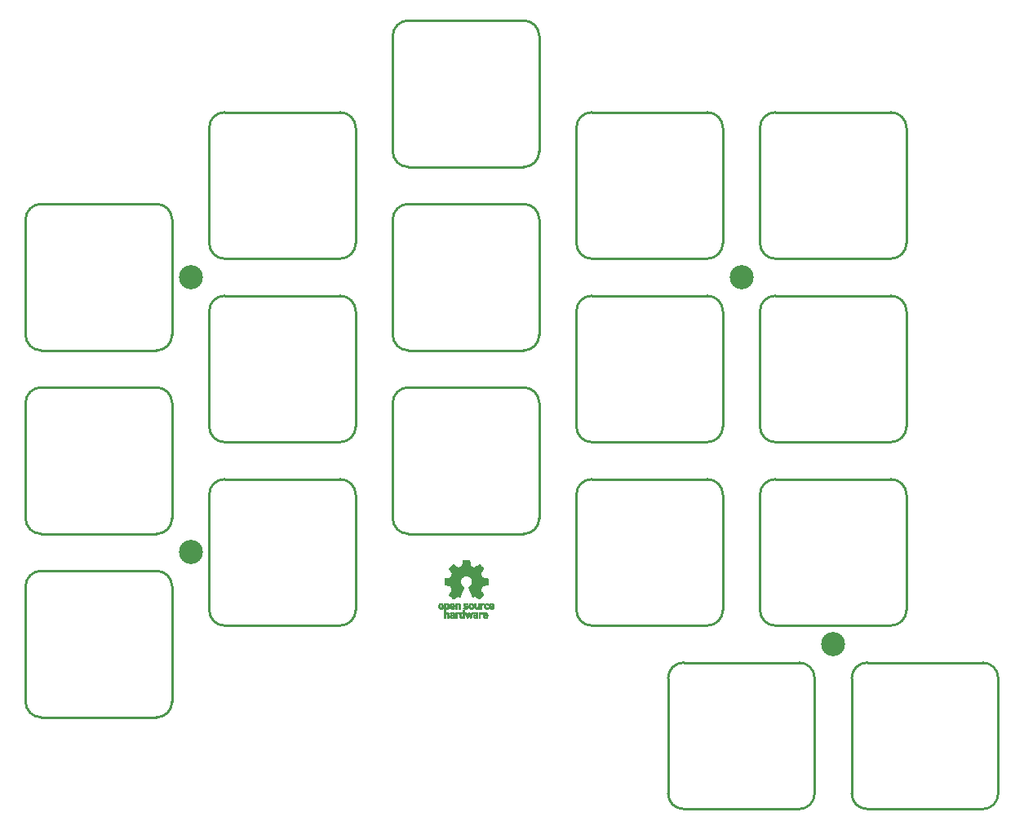
<source format=gts>
%TF.GenerationSoftware,KiCad,Pcbnew,(6.0.4-0)*%
%TF.CreationDate,2022-03-28T14:14:22+08:00*%
%TF.ProjectId,Pragmatic,50726167-6d61-4746-9963-2e6b69636164,3*%
%TF.SameCoordinates,PX5ad6650PY3680a30*%
%TF.FileFunction,Soldermask,Top*%
%TF.FilePolarity,Negative*%
%FSLAX46Y46*%
G04 Gerber Fmt 4.6, Leading zero omitted, Abs format (unit mm)*
G04 Created by KiCad (PCBNEW (6.0.4-0)) date 2022-03-28 14:14:22*
%MOMM*%
%LPD*%
G01*
G04 APERTURE LIST*
%ADD10C,0.254000*%
%ADD11C,0.010000*%
%ADD12C,2.500000*%
G04 APERTURE END LIST*
D10*
X-30500000Y-13050000D02*
X-30500000Y-25050000D01*
X-45700000Y-13050000D02*
X-45700000Y-25050000D01*
X-44100000Y-11450000D02*
X-32100000Y-11450000D01*
X-44100000Y-26650000D02*
X-32100000Y-26650000D01*
X-30500000Y-13050000D02*
G75*
G03*
X-32100000Y-11450000I-1600000J0D01*
G01*
X-45700000Y-25050000D02*
G75*
G03*
X-44100000Y-26650000I1599999J-1D01*
G01*
X-32100000Y-26650000D02*
G75*
G03*
X-30500000Y-25050000I0J1600000D01*
G01*
X-44100000Y-11450000D02*
G75*
G03*
X-45700000Y-13050000I-1J-1599999D01*
G01*
X-44100000Y-45700000D02*
X-32100000Y-45700000D01*
X-45700000Y-32100000D02*
X-45700000Y-44100000D01*
X-44100000Y-30500000D02*
X-32100000Y-30500000D01*
X-30500000Y-32100000D02*
X-30500000Y-44100000D01*
X-30500000Y-32100000D02*
G75*
G03*
X-32100000Y-30500000I-1600000J0D01*
G01*
X-45700000Y-44100000D02*
G75*
G03*
X-44100000Y-45700000I1599999J-1D01*
G01*
X-44100000Y-30500000D02*
G75*
G03*
X-45700000Y-32100000I-1J-1599999D01*
G01*
X-32100000Y-45700000D02*
G75*
G03*
X-30500000Y-44100000I0J1600000D01*
G01*
X-25050000Y-20975000D02*
X-13050000Y-20975000D01*
X-26650000Y-22575000D02*
X-26650000Y-34575000D01*
X-11450000Y-22575000D02*
X-11450000Y-34575000D01*
X-25050000Y-36175000D02*
X-13050000Y-36175000D01*
X-25050000Y-20975000D02*
G75*
G03*
X-26650000Y-22575000I-1J-1599999D01*
G01*
X-13050000Y-36175000D02*
G75*
G03*
X-11450000Y-34575000I0J1600000D01*
G01*
X-11450000Y-22575000D02*
G75*
G03*
X-13050000Y-20975000I-1600000J0D01*
G01*
X-26650000Y-34575000D02*
G75*
G03*
X-25050000Y-36175000I1599999J-1D01*
G01*
X-26650000Y-3525000D02*
X-26650000Y-15525000D01*
X-25050000Y-17125000D02*
X-13050000Y-17125000D01*
X-11450000Y-3525000D02*
X-11450000Y-15525000D01*
X-25050000Y-1925000D02*
X-13050000Y-1925000D01*
X-25050000Y-1925000D02*
G75*
G03*
X-26650000Y-3525000I-1J-1599999D01*
G01*
X-11450000Y-3525000D02*
G75*
G03*
X-13050000Y-1925000I-1600000J0D01*
G01*
X-26650000Y-15525000D02*
G75*
G03*
X-25050000Y-17125000I1599999J-1D01*
G01*
X-13050000Y-17125000D02*
G75*
G03*
X-11450000Y-15525000I0J1600000D01*
G01*
X-6000000Y-7600000D02*
X6000000Y-7600000D01*
X7600000Y6000000D02*
X7600000Y-6000000D01*
X-7600000Y6000000D02*
X-7600000Y-6000000D01*
X-6000000Y7600000D02*
X6000000Y7600000D01*
X-6000000Y7600000D02*
G75*
G03*
X-7600000Y6000000I-1J-1599999D01*
G01*
X6000000Y-7600000D02*
G75*
G03*
X7600000Y-6000000I0J1600000D01*
G01*
X-7600000Y-6000000D02*
G75*
G03*
X-6000000Y-7600000I1599999J-1D01*
G01*
X7600000Y6000000D02*
G75*
G03*
X6000000Y7600000I-1600000J0D01*
G01*
X11450000Y-3525000D02*
X11450000Y-15525000D01*
X26650000Y-3525000D02*
X26650000Y-15525000D01*
X13050000Y-17125000D02*
X25050000Y-17125000D01*
X13050000Y-1925000D02*
X25050000Y-1925000D01*
X13050000Y-1925000D02*
G75*
G03*
X11450000Y-3525000I-1J-1599999D01*
G01*
X11450000Y-15525000D02*
G75*
G03*
X13050000Y-17125000I1599999J-1D01*
G01*
X25050000Y-17125000D02*
G75*
G03*
X26650000Y-15525000I0J1600000D01*
G01*
X26650000Y-3525000D02*
G75*
G03*
X25050000Y-1925000I-1600000J0D01*
G01*
X32100000Y-1925000D02*
X44100000Y-1925000D01*
X30500000Y-3525000D02*
X30500000Y-15525000D01*
X32100000Y-17125000D02*
X44100000Y-17125000D01*
X45700000Y-3525000D02*
X45700000Y-15525000D01*
X30500000Y-15525000D02*
G75*
G03*
X32100000Y-17125000I1599999J-1D01*
G01*
X45700000Y-3525000D02*
G75*
G03*
X44100000Y-1925000I-1600000J0D01*
G01*
X44100000Y-17125000D02*
G75*
G03*
X45700000Y-15525000I0J1600000D01*
G01*
X32100000Y-1925000D02*
G75*
G03*
X30500000Y-3525000I-1J-1599999D01*
G01*
X-6000000Y-11450000D02*
X6000000Y-11450000D01*
X7600000Y-13050000D02*
X7600000Y-25050000D01*
X-7600000Y-13050000D02*
X-7600000Y-25050000D01*
X-6000000Y-26650000D02*
X6000000Y-26650000D01*
X-6000000Y-11450000D02*
G75*
G03*
X-7600000Y-13050000I-1J-1599999D01*
G01*
X7600000Y-13050000D02*
G75*
G03*
X6000000Y-11450000I-1600000J0D01*
G01*
X-7600000Y-25050000D02*
G75*
G03*
X-6000000Y-26650000I1599999J-1D01*
G01*
X6000000Y-26650000D02*
G75*
G03*
X7600000Y-25050000I0J1600000D01*
G01*
X13050000Y-20975000D02*
X25050000Y-20975000D01*
X13050000Y-36175000D02*
X25050000Y-36175000D01*
X11450000Y-22575000D02*
X11450000Y-34575000D01*
X26650000Y-22575000D02*
X26650000Y-34575000D01*
X13050000Y-20975000D02*
G75*
G03*
X11450000Y-22575000I-1J-1599999D01*
G01*
X25050000Y-36175000D02*
G75*
G03*
X26650000Y-34575000I0J1600000D01*
G01*
X11450000Y-34575000D02*
G75*
G03*
X13050000Y-36175000I1599999J-1D01*
G01*
X26650000Y-22575000D02*
G75*
G03*
X25050000Y-20975000I-1600000J0D01*
G01*
X30500000Y-22575000D02*
X30500000Y-34575000D01*
X32100000Y-20975000D02*
X44100000Y-20975000D01*
X32100000Y-36175000D02*
X44100000Y-36175000D01*
X45700000Y-22575000D02*
X45700000Y-34575000D01*
X32100000Y-20975000D02*
G75*
G03*
X30500000Y-22575000I-1J-1599999D01*
G01*
X30500000Y-34575000D02*
G75*
G03*
X32100000Y-36175000I1599999J-1D01*
G01*
X44100000Y-36175000D02*
G75*
G03*
X45700000Y-34575000I0J1600000D01*
G01*
X45700000Y-22575000D02*
G75*
G03*
X44100000Y-20975000I-1600000J0D01*
G01*
X-45700000Y-51150000D02*
X-45700000Y-63150000D01*
X-44100000Y-49550000D02*
X-32100000Y-49550000D01*
X-30500000Y-51150000D02*
X-30500000Y-63150000D01*
X-44100000Y-64750000D02*
X-32100000Y-64750000D01*
X-45700000Y-63150000D02*
G75*
G03*
X-44100000Y-64750000I1599999J-1D01*
G01*
X-44100000Y-49550000D02*
G75*
G03*
X-45700000Y-51150000I-1J-1599999D01*
G01*
X-32100000Y-64750000D02*
G75*
G03*
X-30500000Y-63150000I0J1600000D01*
G01*
X-30500000Y-51150000D02*
G75*
G03*
X-32100000Y-49550000I-1600000J0D01*
G01*
X-25050000Y-40025000D02*
X-13050000Y-40025000D01*
X-26650000Y-41625000D02*
X-26650000Y-53625000D01*
X-11450000Y-41625000D02*
X-11450000Y-53625000D01*
X-25050000Y-55225000D02*
X-13050000Y-55225000D01*
X-13050000Y-55225000D02*
G75*
G03*
X-11450000Y-53625000I0J1600000D01*
G01*
X-26650000Y-53625000D02*
G75*
G03*
X-25050000Y-55225000I1599999J-1D01*
G01*
X-11450000Y-41625000D02*
G75*
G03*
X-13050000Y-40025000I-1600000J0D01*
G01*
X-25050000Y-40025000D02*
G75*
G03*
X-26650000Y-41625000I-1J-1599999D01*
G01*
X-6000000Y-30500000D02*
X6000000Y-30500000D01*
X-7600000Y-32100000D02*
X-7600000Y-44100000D01*
X-6000000Y-45700000D02*
X6000000Y-45700000D01*
X7600000Y-32100000D02*
X7600000Y-44100000D01*
X7600000Y-32100000D02*
G75*
G03*
X6000000Y-30500000I-1600000J0D01*
G01*
X-6000000Y-30500000D02*
G75*
G03*
X-7600000Y-32100000I-1J-1599999D01*
G01*
X-7600000Y-44100000D02*
G75*
G03*
X-6000000Y-45700000I1599999J-1D01*
G01*
X6000000Y-45700000D02*
G75*
G03*
X7600000Y-44100000I0J1600000D01*
G01*
X13050000Y-55225000D02*
X25050000Y-55225000D01*
X13050000Y-40025000D02*
X25050000Y-40025000D01*
X11450000Y-41625000D02*
X11450000Y-53625000D01*
X26650000Y-41625000D02*
X26650000Y-53625000D01*
X25050000Y-55225000D02*
G75*
G03*
X26650000Y-53625000I0J1600000D01*
G01*
X13050000Y-40025000D02*
G75*
G03*
X11450000Y-41625000I-1J-1599999D01*
G01*
X26650000Y-41625000D02*
G75*
G03*
X25050000Y-40025000I-1600000J0D01*
G01*
X11450000Y-53625000D02*
G75*
G03*
X13050000Y-55225000I1599999J-1D01*
G01*
X30500000Y-41625000D02*
X30500000Y-53625000D01*
X45700000Y-41625000D02*
X45700000Y-53625000D01*
X32100000Y-55225000D02*
X44100000Y-55225000D01*
X32100000Y-40025000D02*
X44100000Y-40025000D01*
X32100000Y-40025000D02*
G75*
G03*
X30500000Y-41625000I-1J-1599999D01*
G01*
X44100000Y-55225000D02*
G75*
G03*
X45700000Y-53625000I0J1600000D01*
G01*
X45700000Y-41625000D02*
G75*
G03*
X44100000Y-40025000I-1600000J0D01*
G01*
X30500000Y-53625000D02*
G75*
G03*
X32100000Y-55225000I1599999J-1D01*
G01*
X20975000Y-60675000D02*
X20975000Y-72675000D01*
X36175000Y-60675000D02*
X36175000Y-72675000D01*
X22575000Y-59075000D02*
X34575000Y-59075000D01*
X22575000Y-74275000D02*
X34575000Y-74275000D01*
X34575000Y-74275000D02*
G75*
G03*
X36175000Y-72675000I0J1600000D01*
G01*
X20975000Y-72675000D02*
G75*
G03*
X22575000Y-74275000I1599999J-1D01*
G01*
X22575000Y-59075000D02*
G75*
G03*
X20975000Y-60675000I-1J-1599999D01*
G01*
X36175000Y-60675000D02*
G75*
G03*
X34575000Y-59075000I-1600000J0D01*
G01*
X41625000Y-59075000D02*
X53625000Y-59075000D01*
X55225000Y-60675000D02*
X55225000Y-72675000D01*
X41625000Y-74275000D02*
X53625000Y-74275000D01*
X40025000Y-60675000D02*
X40025000Y-72675000D01*
X41625000Y-59075000D02*
G75*
G03*
X40025000Y-60675000I-1J-1599999D01*
G01*
X40025000Y-72675000D02*
G75*
G03*
X41625000Y-74275000I1599999J-1D01*
G01*
X55225000Y-60675000D02*
G75*
G03*
X53625000Y-59075000I-1600000J0D01*
G01*
X53625000Y-74275000D02*
G75*
G03*
X55225000Y-72675000I0J1600000D01*
G01*
G36*
X990237Y-53093305D02*
G01*
X991425Y-53185526D01*
X995767Y-53255573D01*
X1004428Y-53306344D01*
X1018574Y-53340735D01*
X1039370Y-53361642D01*
X1067980Y-53371963D01*
X1103405Y-53374599D01*
X1140506Y-53371645D01*
X1168688Y-53360852D01*
X1189113Y-53339323D01*
X1202949Y-53304162D01*
X1211361Y-53252473D01*
X1215513Y-53181357D01*
X1216573Y-53093305D01*
X1216573Y-52897577D01*
X1354890Y-52897577D01*
X1354890Y-53501142D01*
X1285732Y-53501142D01*
X1244040Y-53499452D01*
X1222571Y-53493519D01*
X1216573Y-53482256D01*
X1212961Y-53472224D01*
X1198584Y-53474346D01*
X1169606Y-53488543D01*
X1103189Y-53510443D01*
X1032745Y-53508891D01*
X965247Y-53485110D01*
X933103Y-53466325D01*
X908585Y-53445985D01*
X890674Y-53420536D01*
X878349Y-53386421D01*
X870593Y-53340084D01*
X866386Y-53277970D01*
X864710Y-53196524D01*
X864494Y-53133541D01*
X864494Y-52897577D01*
X990237Y-52897577D01*
X990237Y-53093305D01*
G37*
D11*
X990237Y-53093305D02*
X991425Y-53185526D01*
X995767Y-53255573D01*
X1004428Y-53306344D01*
X1018574Y-53340735D01*
X1039370Y-53361642D01*
X1067980Y-53371963D01*
X1103405Y-53374599D01*
X1140506Y-53371645D01*
X1168688Y-53360852D01*
X1189113Y-53339323D01*
X1202949Y-53304162D01*
X1211361Y-53252473D01*
X1215513Y-53181357D01*
X1216573Y-53093305D01*
X1216573Y-52897577D01*
X1354890Y-52897577D01*
X1354890Y-53501142D01*
X1285732Y-53501142D01*
X1244040Y-53499452D01*
X1222571Y-53493519D01*
X1216573Y-53482256D01*
X1212961Y-53472224D01*
X1198584Y-53474346D01*
X1169606Y-53488543D01*
X1103189Y-53510443D01*
X1032745Y-53508891D01*
X965247Y-53485110D01*
X933103Y-53466325D01*
X908585Y-53445985D01*
X890674Y-53420536D01*
X878349Y-53386421D01*
X870593Y-53340084D01*
X866386Y-53277970D01*
X864710Y-53196524D01*
X864494Y-53133541D01*
X864494Y-52897577D01*
X990237Y-52897577D01*
X990237Y-53093305D01*
G36*
X-689664Y-54097563D02*
G01*
X-683514Y-54015981D01*
X-670733Y-53954730D01*
X-649471Y-53909449D01*
X-617878Y-53875779D01*
X-587207Y-53856014D01*
X-544354Y-53842120D01*
X-491056Y-53837354D01*
X-436480Y-53841236D01*
X-389792Y-53853282D01*
X-365124Y-53867693D01*
X-339505Y-53890878D01*
X-339505Y-53597773D01*
X-201188Y-53597773D01*
X-201188Y-54452822D01*
X-270346Y-54452822D01*
X-310488Y-54451645D01*
X-331394Y-54446772D01*
X-338922Y-54436186D01*
X-339505Y-54429029D01*
X-340774Y-54414676D01*
X-348779Y-54411923D01*
X-369815Y-54420771D01*
X-386173Y-54429029D01*
X-448977Y-54448597D01*
X-517248Y-54449729D01*
X-572752Y-54435135D01*
X-624438Y-54399877D01*
X-663838Y-54347835D01*
X-685413Y-54286450D01*
X-685962Y-54283018D01*
X-689167Y-54245571D01*
X-690761Y-54191813D01*
X-690633Y-54151155D01*
X-553279Y-54151155D01*
X-550097Y-54205194D01*
X-542859Y-54249735D01*
X-533060Y-54274888D01*
X-495989Y-54309260D01*
X-451974Y-54321582D01*
X-406584Y-54311618D01*
X-367797Y-54281895D01*
X-353108Y-54261905D01*
X-344519Y-54238050D01*
X-340496Y-54203230D01*
X-339505Y-54150930D01*
X-341278Y-54099139D01*
X-345963Y-54053634D01*
X-352603Y-54023181D01*
X-353710Y-54020452D01*
X-380491Y-53988000D01*
X-419579Y-53970183D01*
X-463315Y-53967306D01*
X-504038Y-53979674D01*
X-534087Y-54007593D01*
X-537204Y-54013148D01*
X-546961Y-54047022D01*
X-552277Y-54095728D01*
X-553279Y-54151155D01*
X-690633Y-54151155D01*
X-690568Y-54130540D01*
X-689664Y-54097563D01*
G37*
X-689664Y-54097563D02*
X-683514Y-54015981D01*
X-670733Y-53954730D01*
X-649471Y-53909449D01*
X-617878Y-53875779D01*
X-587207Y-53856014D01*
X-544354Y-53842120D01*
X-491056Y-53837354D01*
X-436480Y-53841236D01*
X-389792Y-53853282D01*
X-365124Y-53867693D01*
X-339505Y-53890878D01*
X-339505Y-53597773D01*
X-201188Y-53597773D01*
X-201188Y-54452822D01*
X-270346Y-54452822D01*
X-310488Y-54451645D01*
X-331394Y-54446772D01*
X-338922Y-54436186D01*
X-339505Y-54429029D01*
X-340774Y-54414676D01*
X-348779Y-54411923D01*
X-369815Y-54420771D01*
X-386173Y-54429029D01*
X-448977Y-54448597D01*
X-517248Y-54449729D01*
X-572752Y-54435135D01*
X-624438Y-54399877D01*
X-663838Y-54347835D01*
X-685413Y-54286450D01*
X-685962Y-54283018D01*
X-689167Y-54245571D01*
X-690761Y-54191813D01*
X-690633Y-54151155D01*
X-553279Y-54151155D01*
X-550097Y-54205194D01*
X-542859Y-54249735D01*
X-533060Y-54274888D01*
X-495989Y-54309260D01*
X-451974Y-54321582D01*
X-406584Y-54311618D01*
X-367797Y-54281895D01*
X-353108Y-54261905D01*
X-344519Y-54238050D01*
X-340496Y-54203230D01*
X-339505Y-54150930D01*
X-341278Y-54099139D01*
X-345963Y-54053634D01*
X-352603Y-54023181D01*
X-353710Y-54020452D01*
X-380491Y-53988000D01*
X-419579Y-53970183D01*
X-463315Y-53967306D01*
X-504038Y-53979674D01*
X-534087Y-54007593D01*
X-537204Y-54013148D01*
X-546961Y-54047022D01*
X-552277Y-54095728D01*
X-553279Y-54151155D01*
X-690633Y-54151155D01*
X-690568Y-54130540D01*
X-689664Y-54097563D01*
G36*
X10887Y-52895415D02*
G01*
X58504Y-52904445D01*
X107904Y-52923333D01*
X113182Y-52925740D01*
X150644Y-52945439D01*
X176587Y-52963744D01*
X184973Y-52975471D01*
X176987Y-52994595D01*
X157590Y-53022813D01*
X148980Y-53033347D01*
X113498Y-53074810D01*
X67755Y-53047821D01*
X24220Y-53029841D01*
X-26080Y-53020230D01*
X-74318Y-53019623D01*
X-111663Y-53028654D01*
X-120625Y-53034290D01*
X-137693Y-53060134D01*
X-139767Y-53089904D01*
X-126996Y-53113160D01*
X-119442Y-53117671D01*
X-96805Y-53123272D01*
X-57015Y-53129855D01*
X-7964Y-53136146D01*
X1085Y-53137133D01*
X79866Y-53150761D01*
X137006Y-53173909D01*
X174900Y-53208715D01*
X195949Y-53257317D01*
X202505Y-53316681D01*
X193447Y-53384161D01*
X164034Y-53437151D01*
X114148Y-53475746D01*
X43670Y-53500044D01*
X-34565Y-53509630D01*
X-98364Y-53509515D01*
X-150114Y-53500808D01*
X-185457Y-53488788D01*
X-230113Y-53467843D01*
X-271383Y-53443537D01*
X-286051Y-53432839D01*
X-323773Y-53402047D01*
X-278278Y-53356012D01*
X-232783Y-53309976D01*
X-181058Y-53344206D01*
X-129178Y-53369915D01*
X-73779Y-53383362D01*
X-20525Y-53384781D01*
X24919Y-53374406D01*
X56886Y-53352470D01*
X67208Y-53333961D01*
X65659Y-53304277D01*
X40010Y-53281578D01*
X-9670Y-53265903D01*
X-64099Y-53258658D01*
X-147866Y-53244836D01*
X-210097Y-53218759D01*
X-251623Y-53179662D01*
X-273277Y-53126783D01*
X-276277Y-53064089D01*
X-261459Y-52998605D01*
X-227676Y-52949107D01*
X-174625Y-52915371D01*
X-102004Y-52897170D01*
X-48202Y-52893602D01*
X10887Y-52895415D01*
G37*
X10887Y-52895415D02*
X58504Y-52904445D01*
X107904Y-52923333D01*
X113182Y-52925740D01*
X150644Y-52945439D01*
X176587Y-52963744D01*
X184973Y-52975471D01*
X176987Y-52994595D01*
X157590Y-53022813D01*
X148980Y-53033347D01*
X113498Y-53074810D01*
X67755Y-53047821D01*
X24220Y-53029841D01*
X-26080Y-53020230D01*
X-74318Y-53019623D01*
X-111663Y-53028654D01*
X-120625Y-53034290D01*
X-137693Y-53060134D01*
X-139767Y-53089904D01*
X-126996Y-53113160D01*
X-119442Y-53117671D01*
X-96805Y-53123272D01*
X-57015Y-53129855D01*
X-7964Y-53136146D01*
X1085Y-53137133D01*
X79866Y-53150761D01*
X137006Y-53173909D01*
X174900Y-53208715D01*
X195949Y-53257317D01*
X202505Y-53316681D01*
X193447Y-53384161D01*
X164034Y-53437151D01*
X114148Y-53475746D01*
X43670Y-53500044D01*
X-34565Y-53509630D01*
X-98364Y-53509515D01*
X-150114Y-53500808D01*
X-185457Y-53488788D01*
X-230113Y-53467843D01*
X-271383Y-53443537D01*
X-286051Y-53432839D01*
X-323773Y-53402047D01*
X-278278Y-53356012D01*
X-232783Y-53309976D01*
X-181058Y-53344206D01*
X-129178Y-53369915D01*
X-73779Y-53383362D01*
X-20525Y-53384781D01*
X24919Y-53374406D01*
X56886Y-53352470D01*
X67208Y-53333961D01*
X65659Y-53304277D01*
X40010Y-53281578D01*
X-9670Y-53265903D01*
X-64099Y-53258658D01*
X-147866Y-53244836D01*
X-210097Y-53218759D01*
X-251623Y-53179662D01*
X-273277Y-53126783D01*
X-276277Y-53064089D01*
X-261459Y-52998605D01*
X-227676Y-52949107D01*
X-174625Y-52915371D01*
X-102004Y-52897170D01*
X-48202Y-52893602D01*
X10887Y-52895415D01*
G36*
X733533Y-54174207D02*
G01*
X764494Y-54135543D01*
X783246Y-54118827D01*
X801603Y-54107841D01*
X825489Y-54101143D01*
X860827Y-54097289D01*
X913539Y-54094836D01*
X934447Y-54094131D01*
X1065682Y-54089842D01*
X1065490Y-54050121D01*
X1060407Y-54008368D01*
X1042032Y-53983121D01*
X1004909Y-53966993D01*
X1003913Y-53966705D01*
X951280Y-53960363D01*
X899776Y-53968647D01*
X861500Y-53988790D01*
X846142Y-53998736D01*
X829600Y-53997360D01*
X804145Y-53982950D01*
X789198Y-53972780D01*
X759961Y-53951051D01*
X741850Y-53934763D01*
X738944Y-53930100D01*
X750910Y-53905968D01*
X786266Y-53877148D01*
X801623Y-53867424D01*
X845771Y-53850677D01*
X905268Y-53841190D01*
X971357Y-53839058D01*
X1035281Y-53844380D01*
X1088281Y-53857253D01*
X1103601Y-53864073D01*
X1133298Y-53881937D01*
X1156090Y-53902056D01*
X1172953Y-53927925D01*
X1184868Y-53963036D01*
X1192812Y-54010883D01*
X1197764Y-54074959D01*
X1200701Y-54158757D01*
X1201817Y-54214731D01*
X1205922Y-54456785D01*
X1135802Y-54456785D01*
X1093263Y-54455001D01*
X1071346Y-54448905D01*
X1065682Y-54438669D01*
X1062691Y-54427600D01*
X1049321Y-54429717D01*
X1031103Y-54438592D01*
X985494Y-54452196D01*
X926877Y-54455862D01*
X865224Y-54449866D01*
X810508Y-54434484D01*
X805600Y-54432349D01*
X755593Y-54397218D01*
X722626Y-54348382D01*
X707457Y-54291296D01*
X708616Y-54270787D01*
X832378Y-54270787D01*
X843283Y-54298388D01*
X875615Y-54318167D01*
X927780Y-54328782D01*
X955657Y-54330191D01*
X1002117Y-54326583D01*
X1032999Y-54312560D01*
X1040534Y-54305894D01*
X1060946Y-54269629D01*
X1065682Y-54236736D01*
X1065682Y-54192726D01*
X1004383Y-54192726D01*
X933126Y-54196358D01*
X883146Y-54207781D01*
X851566Y-54227787D01*
X844496Y-54236706D01*
X832378Y-54270787D01*
X708616Y-54270787D01*
X710841Y-54231419D01*
X733533Y-54174207D01*
G37*
X733533Y-54174207D02*
X764494Y-54135543D01*
X783246Y-54118827D01*
X801603Y-54107841D01*
X825489Y-54101143D01*
X860827Y-54097289D01*
X913539Y-54094836D01*
X934447Y-54094131D01*
X1065682Y-54089842D01*
X1065490Y-54050121D01*
X1060407Y-54008368D01*
X1042032Y-53983121D01*
X1004909Y-53966993D01*
X1003913Y-53966705D01*
X951280Y-53960363D01*
X899776Y-53968647D01*
X861500Y-53988790D01*
X846142Y-53998736D01*
X829600Y-53997360D01*
X804145Y-53982950D01*
X789198Y-53972780D01*
X759961Y-53951051D01*
X741850Y-53934763D01*
X738944Y-53930100D01*
X750910Y-53905968D01*
X786266Y-53877148D01*
X801623Y-53867424D01*
X845771Y-53850677D01*
X905268Y-53841190D01*
X971357Y-53839058D01*
X1035281Y-53844380D01*
X1088281Y-53857253D01*
X1103601Y-53864073D01*
X1133298Y-53881937D01*
X1156090Y-53902056D01*
X1172953Y-53927925D01*
X1184868Y-53963036D01*
X1192812Y-54010883D01*
X1197764Y-54074959D01*
X1200701Y-54158757D01*
X1201817Y-54214731D01*
X1205922Y-54456785D01*
X1135802Y-54456785D01*
X1093263Y-54455001D01*
X1071346Y-54448905D01*
X1065682Y-54438669D01*
X1062691Y-54427600D01*
X1049321Y-54429717D01*
X1031103Y-54438592D01*
X985494Y-54452196D01*
X926877Y-54455862D01*
X865224Y-54449866D01*
X810508Y-54434484D01*
X805600Y-54432349D01*
X755593Y-54397218D01*
X722626Y-54348382D01*
X707457Y-54291296D01*
X708616Y-54270787D01*
X832378Y-54270787D01*
X843283Y-54298388D01*
X875615Y-54318167D01*
X927780Y-54328782D01*
X955657Y-54330191D01*
X1002117Y-54326583D01*
X1032999Y-54312560D01*
X1040534Y-54305894D01*
X1060946Y-54269629D01*
X1065682Y-54236736D01*
X1065682Y-54192726D01*
X1004383Y-54192726D01*
X933126Y-54196358D01*
X883146Y-54207781D01*
X851566Y-54227787D01*
X844496Y-54236706D01*
X832378Y-54270787D01*
X708616Y-54270787D01*
X710841Y-54231419D01*
X733533Y-54174207D01*
G36*
X282258Y-53049464D02*
G01*
X315899Y-52981493D01*
X365888Y-52932627D01*
X432226Y-52902862D01*
X446471Y-52899411D01*
X532080Y-52891308D01*
X607632Y-52905018D01*
X671233Y-52939655D01*
X720993Y-52994335D01*
X744438Y-53038805D01*
X754504Y-53078084D01*
X761026Y-53134079D01*
X763821Y-53198584D01*
X762706Y-53263392D01*
X757496Y-53320297D01*
X751411Y-53350690D01*
X730884Y-53392269D01*
X695333Y-53436431D01*
X652489Y-53475050D01*
X610081Y-53499997D01*
X609047Y-53500393D01*
X556423Y-53511294D01*
X494058Y-53511564D01*
X434794Y-53501639D01*
X411910Y-53493685D01*
X352972Y-53460263D01*
X310760Y-53416474D01*
X283026Y-53358501D01*
X267521Y-53282528D01*
X264013Y-53242734D01*
X264460Y-53192729D01*
X399246Y-53192729D01*
X403787Y-53265695D01*
X416856Y-53321297D01*
X437626Y-53356824D01*
X452422Y-53366983D01*
X490334Y-53374067D01*
X535397Y-53371970D01*
X574357Y-53361775D01*
X584574Y-53356167D01*
X611529Y-53323501D01*
X629321Y-53273508D01*
X636894Y-53212668D01*
X633195Y-53147460D01*
X624927Y-53108216D01*
X601190Y-53062768D01*
X563719Y-53034359D01*
X518590Y-53024536D01*
X471881Y-53034850D01*
X436002Y-53060075D01*
X417147Y-53080888D01*
X406142Y-53101402D01*
X400896Y-53129166D01*
X399319Y-53171725D01*
X399246Y-53192729D01*
X264460Y-53192729D01*
X264964Y-53136543D01*
X282258Y-53049464D01*
G37*
X282258Y-53049464D02*
X315899Y-52981493D01*
X365888Y-52932627D01*
X432226Y-52902862D01*
X446471Y-52899411D01*
X532080Y-52891308D01*
X607632Y-52905018D01*
X671233Y-52939655D01*
X720993Y-52994335D01*
X744438Y-53038805D01*
X754504Y-53078084D01*
X761026Y-53134079D01*
X763821Y-53198584D01*
X762706Y-53263392D01*
X757496Y-53320297D01*
X751411Y-53350690D01*
X730884Y-53392269D01*
X695333Y-53436431D01*
X652489Y-53475050D01*
X610081Y-53499997D01*
X609047Y-53500393D01*
X556423Y-53511294D01*
X494058Y-53511564D01*
X434794Y-53501639D01*
X411910Y-53493685D01*
X352972Y-53460263D01*
X310760Y-53416474D01*
X283026Y-53358501D01*
X267521Y-53282528D01*
X264013Y-53242734D01*
X264460Y-53192729D01*
X399246Y-53192729D01*
X403787Y-53265695D01*
X416856Y-53321297D01*
X437626Y-53356824D01*
X452422Y-53366983D01*
X490334Y-53374067D01*
X535397Y-53371970D01*
X574357Y-53361775D01*
X584574Y-53356167D01*
X611529Y-53323501D01*
X629321Y-53273508D01*
X636894Y-53212668D01*
X633195Y-53147460D01*
X624927Y-53108216D01*
X601190Y-53062768D01*
X563719Y-53034359D01*
X518590Y-53024536D01*
X471881Y-53034850D01*
X436002Y-53060075D01*
X417147Y-53080888D01*
X406142Y-53101402D01*
X400896Y-53129166D01*
X399319Y-53171725D01*
X399246Y-53192729D01*
X264460Y-53192729D01*
X264964Y-53136543D01*
X282258Y-53049464D01*
G36*
X-996486Y-53841983D02*
G01*
X-977669Y-53847623D01*
X-971603Y-53860016D01*
X-971348Y-53865610D01*
X-970259Y-53881193D01*
X-962762Y-53883639D01*
X-942511Y-53872956D01*
X-930481Y-53865657D01*
X-892530Y-53850026D01*
X-847202Y-53842297D01*
X-799674Y-53841703D01*
X-755125Y-53847476D01*
X-718732Y-53858847D01*
X-695673Y-53875051D01*
X-691126Y-53895318D01*
X-693421Y-53900806D01*
X-710150Y-53923589D01*
X-736093Y-53951610D01*
X-740785Y-53956140D01*
X-765513Y-53976968D01*
X-786848Y-53983698D01*
X-816685Y-53979001D01*
X-828638Y-53975880D01*
X-865835Y-53968384D01*
X-891989Y-53971755D01*
X-914076Y-53983644D01*
X-934308Y-53999598D01*
X-949209Y-54019663D01*
X-959564Y-54047665D01*
X-966159Y-54087430D01*
X-969779Y-54142786D01*
X-971208Y-54217557D01*
X-971348Y-54262703D01*
X-971348Y-54456785D01*
X-1097090Y-54456785D01*
X-1097090Y-53840646D01*
X-1034219Y-53840646D01*
X-996486Y-53841983D01*
G37*
X-996486Y-53841983D02*
X-977669Y-53847623D01*
X-971603Y-53860016D01*
X-971348Y-53865610D01*
X-970259Y-53881193D01*
X-962762Y-53883639D01*
X-942511Y-53872956D01*
X-930481Y-53865657D01*
X-892530Y-53850026D01*
X-847202Y-53842297D01*
X-799674Y-53841703D01*
X-755125Y-53847476D01*
X-718732Y-53858847D01*
X-695673Y-53875051D01*
X-691126Y-53895318D01*
X-693421Y-53900806D01*
X-710150Y-53923589D01*
X-736093Y-53951610D01*
X-740785Y-53956140D01*
X-765513Y-53976968D01*
X-786848Y-53983698D01*
X-816685Y-53979001D01*
X-828638Y-53975880D01*
X-865835Y-53968384D01*
X-891989Y-53971755D01*
X-914076Y-53983644D01*
X-934308Y-53999598D01*
X-949209Y-54019663D01*
X-959564Y-54047665D01*
X-966159Y-54087430D01*
X-969779Y-54142786D01*
X-971208Y-54217557D01*
X-971348Y-54262703D01*
X-971348Y-54456785D01*
X-1097090Y-54456785D01*
X-1097090Y-53840646D01*
X-1034219Y-53840646D01*
X-996486Y-53841983D01*
G36*
X-1683840Y-54162808D02*
G01*
X-1640078Y-54120610D01*
X-1634029Y-54116771D01*
X-1608037Y-54104272D01*
X-1575865Y-54096703D01*
X-1530890Y-54093024D01*
X-1477461Y-54092179D01*
X-1361150Y-54092132D01*
X-1361150Y-54043374D01*
X-1366083Y-54005544D01*
X-1378673Y-53980199D01*
X-1380147Y-53978850D01*
X-1408164Y-53967763D01*
X-1450456Y-53963466D01*
X-1497194Y-53965578D01*
X-1538548Y-53973719D01*
X-1563087Y-53985928D01*
X-1576383Y-53995709D01*
X-1590424Y-53997576D01*
X-1609801Y-53989563D01*
X-1639106Y-53969702D01*
X-1682933Y-53936026D01*
X-1686955Y-53932872D01*
X-1684894Y-53921199D01*
X-1667698Y-53901785D01*
X-1641563Y-53880211D01*
X-1612682Y-53862059D01*
X-1603608Y-53857772D01*
X-1570510Y-53849219D01*
X-1522010Y-53843118D01*
X-1467825Y-53840671D01*
X-1465291Y-53840666D01*
X-1387340Y-53845518D01*
X-1328185Y-53861302D01*
X-1283153Y-53889911D01*
X-1251376Y-53927382D01*
X-1241496Y-53943374D01*
X-1234203Y-53960126D01*
X-1229104Y-53981555D01*
X-1225809Y-54011579D01*
X-1223927Y-54054117D01*
X-1223067Y-54113085D01*
X-1222837Y-54192403D01*
X-1222833Y-54213447D01*
X-1222833Y-54456785D01*
X-1283189Y-54456785D01*
X-1321687Y-54454089D01*
X-1350153Y-54447258D01*
X-1357285Y-54443046D01*
X-1376782Y-54435776D01*
X-1396696Y-54443046D01*
X-1429483Y-54452123D01*
X-1477108Y-54455776D01*
X-1529894Y-54454191D01*
X-1578166Y-54447552D01*
X-1606348Y-54439035D01*
X-1660883Y-54404026D01*
X-1694965Y-54355442D01*
X-1710287Y-54290845D01*
X-1710429Y-54289186D01*
X-1709085Y-54260529D01*
X-1587486Y-54260529D01*
X-1576856Y-54293124D01*
X-1559540Y-54311468D01*
X-1524782Y-54325342D01*
X-1478903Y-54330880D01*
X-1432118Y-54328154D01*
X-1394644Y-54317237D01*
X-1384145Y-54310232D01*
X-1365798Y-54277867D01*
X-1361150Y-54241074D01*
X-1361150Y-54192726D01*
X-1430712Y-54192726D01*
X-1496797Y-54197813D01*
X-1546894Y-54212226D01*
X-1578059Y-54234692D01*
X-1587486Y-54260529D01*
X-1709085Y-54260529D01*
X-1707117Y-54218610D01*
X-1683840Y-54162808D01*
G37*
X-1683840Y-54162808D02*
X-1640078Y-54120610D01*
X-1634029Y-54116771D01*
X-1608037Y-54104272D01*
X-1575865Y-54096703D01*
X-1530890Y-54093024D01*
X-1477461Y-54092179D01*
X-1361150Y-54092132D01*
X-1361150Y-54043374D01*
X-1366083Y-54005544D01*
X-1378673Y-53980199D01*
X-1380147Y-53978850D01*
X-1408164Y-53967763D01*
X-1450456Y-53963466D01*
X-1497194Y-53965578D01*
X-1538548Y-53973719D01*
X-1563087Y-53985928D01*
X-1576383Y-53995709D01*
X-1590424Y-53997576D01*
X-1609801Y-53989563D01*
X-1639106Y-53969702D01*
X-1682933Y-53936026D01*
X-1686955Y-53932872D01*
X-1684894Y-53921199D01*
X-1667698Y-53901785D01*
X-1641563Y-53880211D01*
X-1612682Y-53862059D01*
X-1603608Y-53857772D01*
X-1570510Y-53849219D01*
X-1522010Y-53843118D01*
X-1467825Y-53840671D01*
X-1465291Y-53840666D01*
X-1387340Y-53845518D01*
X-1328185Y-53861302D01*
X-1283153Y-53889911D01*
X-1251376Y-53927382D01*
X-1241496Y-53943374D01*
X-1234203Y-53960126D01*
X-1229104Y-53981555D01*
X-1225809Y-54011579D01*
X-1223927Y-54054117D01*
X-1223067Y-54113085D01*
X-1222837Y-54192403D01*
X-1222833Y-54213447D01*
X-1222833Y-54456785D01*
X-1283189Y-54456785D01*
X-1321687Y-54454089D01*
X-1350153Y-54447258D01*
X-1357285Y-54443046D01*
X-1376782Y-54435776D01*
X-1396696Y-54443046D01*
X-1429483Y-54452123D01*
X-1477108Y-54455776D01*
X-1529894Y-54454191D01*
X-1578166Y-54447552D01*
X-1606348Y-54439035D01*
X-1660883Y-54404026D01*
X-1694965Y-54355442D01*
X-1710287Y-54290845D01*
X-1710429Y-54289186D01*
X-1709085Y-54260529D01*
X-1587486Y-54260529D01*
X-1576856Y-54293124D01*
X-1559540Y-54311468D01*
X-1524782Y-54325342D01*
X-1478903Y-54330880D01*
X-1432118Y-54328154D01*
X-1394644Y-54317237D01*
X-1384145Y-54310232D01*
X-1365798Y-54277867D01*
X-1361150Y-54241074D01*
X-1361150Y-54192726D01*
X-1430712Y-54192726D01*
X-1496797Y-54197813D01*
X-1546894Y-54212226D01*
X-1578059Y-54234692D01*
X-1587486Y-54260529D01*
X-1709085Y-54260529D01*
X-1707117Y-54218610D01*
X-1683840Y-54162808D01*
G36*
X-1669168Y-52998988D02*
G01*
X-1636937Y-52959602D01*
X-1577347Y-52916894D01*
X-1507298Y-52894072D01*
X-1432791Y-52892009D01*
X-1359829Y-52911577D01*
X-1347298Y-52917477D01*
X-1303929Y-52949246D01*
X-1262920Y-52995609D01*
X-1232298Y-53046659D01*
X-1223589Y-53070129D01*
X-1215642Y-53112054D01*
X-1210904Y-53162720D01*
X-1210329Y-53183642D01*
X-1210259Y-53249656D01*
X-1590213Y-53249656D01*
X-1582113Y-53284236D01*
X-1562234Y-53325133D01*
X-1527477Y-53360477D01*
X-1486128Y-53383245D01*
X-1459779Y-53387973D01*
X-1424046Y-53382236D01*
X-1381412Y-53367845D01*
X-1366929Y-53361225D01*
X-1313370Y-53334476D01*
X-1267663Y-53369339D01*
X-1241288Y-53392918D01*
X-1227254Y-53412380D01*
X-1226544Y-53418092D01*
X-1239081Y-53431936D01*
X-1266558Y-53452975D01*
X-1291496Y-53469388D01*
X-1358794Y-53498893D01*
X-1434240Y-53512247D01*
X-1509018Y-53508775D01*
X-1568625Y-53490626D01*
X-1630071Y-53451747D01*
X-1673738Y-53400558D01*
X-1701056Y-53334330D01*
X-1713452Y-53250334D01*
X-1714551Y-53211899D01*
X-1710152Y-53123824D01*
X-1709612Y-53121262D01*
X-1583712Y-53121262D01*
X-1580245Y-53129521D01*
X-1565993Y-53134076D01*
X-1536600Y-53136028D01*
X-1487705Y-53136480D01*
X-1468878Y-53136488D01*
X-1411597Y-53135806D01*
X-1375271Y-53133327D01*
X-1355734Y-53128406D01*
X-1348820Y-53120397D01*
X-1348575Y-53117825D01*
X-1356466Y-53097386D01*
X-1376215Y-53068752D01*
X-1384705Y-53058726D01*
X-1416224Y-53030371D01*
X-1449079Y-53019222D01*
X-1466781Y-53018290D01*
X-1514669Y-53029944D01*
X-1554829Y-53061248D01*
X-1580303Y-53106715D01*
X-1580755Y-53108196D01*
X-1583712Y-53121262D01*
X-1709612Y-53121262D01*
X-1695522Y-53054473D01*
X-1669168Y-52998988D01*
G37*
X-1669168Y-52998988D02*
X-1636937Y-52959602D01*
X-1577347Y-52916894D01*
X-1507298Y-52894072D01*
X-1432791Y-52892009D01*
X-1359829Y-52911577D01*
X-1347298Y-52917477D01*
X-1303929Y-52949246D01*
X-1262920Y-52995609D01*
X-1232298Y-53046659D01*
X-1223589Y-53070129D01*
X-1215642Y-53112054D01*
X-1210904Y-53162720D01*
X-1210329Y-53183642D01*
X-1210259Y-53249656D01*
X-1590213Y-53249656D01*
X-1582113Y-53284236D01*
X-1562234Y-53325133D01*
X-1527477Y-53360477D01*
X-1486128Y-53383245D01*
X-1459779Y-53387973D01*
X-1424046Y-53382236D01*
X-1381412Y-53367845D01*
X-1366929Y-53361225D01*
X-1313370Y-53334476D01*
X-1267663Y-53369339D01*
X-1241288Y-53392918D01*
X-1227254Y-53412380D01*
X-1226544Y-53418092D01*
X-1239081Y-53431936D01*
X-1266558Y-53452975D01*
X-1291496Y-53469388D01*
X-1358794Y-53498893D01*
X-1434240Y-53512247D01*
X-1509018Y-53508775D01*
X-1568625Y-53490626D01*
X-1630071Y-53451747D01*
X-1673738Y-53400558D01*
X-1701056Y-53334330D01*
X-1713452Y-53250334D01*
X-1714551Y-53211899D01*
X-1710152Y-53123824D01*
X-1709612Y-53121262D01*
X-1583712Y-53121262D01*
X-1580245Y-53129521D01*
X-1565993Y-53134076D01*
X-1536600Y-53136028D01*
X-1487705Y-53136480D01*
X-1468878Y-53136488D01*
X-1411597Y-53135806D01*
X-1375271Y-53133327D01*
X-1355734Y-53128406D01*
X-1348820Y-53120397D01*
X-1348575Y-53117825D01*
X-1356466Y-53097386D01*
X-1376215Y-53068752D01*
X-1384705Y-53058726D01*
X-1416224Y-53030371D01*
X-1449079Y-53019222D01*
X-1466781Y-53018290D01*
X-1514669Y-53029944D01*
X-1554829Y-53061248D01*
X-1580303Y-53106715D01*
X-1580755Y-53108196D01*
X-1583712Y-53121262D01*
X-1709612Y-53121262D01*
X-1695522Y-53054473D01*
X-1669168Y-52998988D01*
G36*
X1796330Y-52896993D02*
G01*
X1839581Y-52910208D01*
X1867428Y-52926904D01*
X1876499Y-52940108D01*
X1874002Y-52955760D01*
X1857801Y-52980348D01*
X1844102Y-52997763D01*
X1815862Y-53029246D01*
X1794645Y-53042492D01*
X1776558Y-53041627D01*
X1722905Y-53027973D01*
X1683500Y-53028593D01*
X1651502Y-53044067D01*
X1640760Y-53053124D01*
X1606375Y-53084990D01*
X1606375Y-53501142D01*
X1468058Y-53501142D01*
X1468058Y-52897577D01*
X1537217Y-52897577D01*
X1578739Y-52899219D01*
X1600161Y-52905050D01*
X1606372Y-52916424D01*
X1606375Y-52916761D01*
X1609309Y-52928676D01*
X1622574Y-52927122D01*
X1640954Y-52918526D01*
X1678916Y-52902531D01*
X1709742Y-52892908D01*
X1749406Y-52890441D01*
X1796330Y-52896993D01*
G37*
X1796330Y-52896993D02*
X1839581Y-52910208D01*
X1867428Y-52926904D01*
X1876499Y-52940108D01*
X1874002Y-52955760D01*
X1857801Y-52980348D01*
X1844102Y-52997763D01*
X1815862Y-53029246D01*
X1794645Y-53042492D01*
X1776558Y-53041627D01*
X1722905Y-53027973D01*
X1683500Y-53028593D01*
X1651502Y-53044067D01*
X1640760Y-53053124D01*
X1606375Y-53084990D01*
X1606375Y-53501142D01*
X1468058Y-53501142D01*
X1468058Y-52897577D01*
X1537217Y-52897577D01*
X1578739Y-52899219D01*
X1600161Y-52905050D01*
X1606372Y-52916424D01*
X1606375Y-52916761D01*
X1609309Y-52928676D01*
X1622574Y-52927122D01*
X1640954Y-52918526D01*
X1678916Y-52902531D01*
X1709742Y-52892908D01*
X1749406Y-52890441D01*
X1796330Y-52896993D01*
G36*
X2425568Y-53003154D02*
G01*
X2471571Y-52947742D01*
X2529691Y-52909972D01*
X2598050Y-52891859D01*
X2674768Y-52895420D01*
X2706966Y-52903242D01*
X2768695Y-52931884D01*
X2821480Y-52975630D01*
X2858011Y-53028080D01*
X2863030Y-53039856D01*
X2869915Y-53070703D01*
X2874734Y-53116334D01*
X2876375Y-53162455D01*
X2876375Y-53249656D01*
X2694048Y-53249656D01*
X2618849Y-53249941D01*
X2565873Y-53251667D01*
X2532195Y-53256144D01*
X2514890Y-53264683D01*
X2511033Y-53278593D01*
X2517699Y-53299185D01*
X2529640Y-53323278D01*
X2562950Y-53363488D01*
X2609238Y-53383521D01*
X2665814Y-53382868D01*
X2729901Y-53361064D01*
X2785287Y-53334156D01*
X2831245Y-53370495D01*
X2877203Y-53406835D01*
X2833966Y-53446782D01*
X2776244Y-53484526D01*
X2705256Y-53507283D01*
X2628899Y-53513651D01*
X2555069Y-53502231D01*
X2543157Y-53498356D01*
X2478269Y-53464469D01*
X2430000Y-53413949D01*
X2397335Y-53345288D01*
X2379255Y-53256977D01*
X2379045Y-53255084D01*
X2377426Y-53158841D01*
X2383970Y-53124505D01*
X2511722Y-53124505D01*
X2523454Y-53129785D01*
X2555308Y-53133830D01*
X2602267Y-53136139D01*
X2632024Y-53136488D01*
X2687518Y-53136269D01*
X2722216Y-53134879D01*
X2740471Y-53131214D01*
X2746636Y-53124173D01*
X2745065Y-53112653D01*
X2743748Y-53108196D01*
X2721252Y-53066318D01*
X2685873Y-53032567D01*
X2654650Y-53017736D01*
X2613171Y-53018631D01*
X2571139Y-53037127D01*
X2535882Y-53067749D01*
X2514724Y-53105025D01*
X2511722Y-53124505D01*
X2383970Y-53124505D01*
X2393560Y-53074192D01*
X2425568Y-53003154D01*
G37*
X2425568Y-53003154D02*
X2471571Y-52947742D01*
X2529691Y-52909972D01*
X2598050Y-52891859D01*
X2674768Y-52895420D01*
X2706966Y-52903242D01*
X2768695Y-52931884D01*
X2821480Y-52975630D01*
X2858011Y-53028080D01*
X2863030Y-53039856D01*
X2869915Y-53070703D01*
X2874734Y-53116334D01*
X2876375Y-53162455D01*
X2876375Y-53249656D01*
X2694048Y-53249656D01*
X2618849Y-53249941D01*
X2565873Y-53251667D01*
X2532195Y-53256144D01*
X2514890Y-53264683D01*
X2511033Y-53278593D01*
X2517699Y-53299185D01*
X2529640Y-53323278D01*
X2562950Y-53363488D01*
X2609238Y-53383521D01*
X2665814Y-53382868D01*
X2729901Y-53361064D01*
X2785287Y-53334156D01*
X2831245Y-53370495D01*
X2877203Y-53406835D01*
X2833966Y-53446782D01*
X2776244Y-53484526D01*
X2705256Y-53507283D01*
X2628899Y-53513651D01*
X2555069Y-53502231D01*
X2543157Y-53498356D01*
X2478269Y-53464469D01*
X2430000Y-53413949D01*
X2397335Y-53345288D01*
X2379255Y-53256977D01*
X2379045Y-53255084D01*
X2377426Y-53158841D01*
X2383970Y-53124505D01*
X2511722Y-53124505D01*
X2523454Y-53129785D01*
X2555308Y-53133830D01*
X2602267Y-53136139D01*
X2632024Y-53136488D01*
X2687518Y-53136269D01*
X2722216Y-53134879D01*
X2740471Y-53131214D01*
X2746636Y-53124173D01*
X2745065Y-53112653D01*
X2743748Y-53108196D01*
X2721252Y-53066318D01*
X2685873Y-53032567D01*
X2654650Y-53017736D01*
X2613171Y-53018631D01*
X2571139Y-53037127D01*
X2535882Y-53067749D01*
X2514724Y-53105025D01*
X2511722Y-53124505D01*
X2383970Y-53124505D01*
X2393560Y-53074192D01*
X2425568Y-53003154D01*
G36*
X1760925Y-53969912D02*
G01*
X1797340Y-53910226D01*
X1849167Y-53869512D01*
X1916860Y-53847142D01*
X1953532Y-53842834D01*
X2029451Y-53843933D01*
X2089555Y-53859560D01*
X2139891Y-53891811D01*
X2164263Y-53915903D01*
X2204215Y-53972858D01*
X2227112Y-54038928D01*
X2234978Y-54120145D01*
X2235018Y-54126711D01*
X2235088Y-54192726D01*
X1855134Y-54192726D01*
X1863233Y-54227305D01*
X1877857Y-54258622D01*
X1903451Y-54291254D01*
X1908805Y-54296463D01*
X1954813Y-54324657D01*
X2007280Y-54329438D01*
X2067673Y-54310889D01*
X2077910Y-54305894D01*
X2109309Y-54290708D01*
X2130340Y-54282057D01*
X2134009Y-54281256D01*
X2146818Y-54289026D01*
X2171248Y-54308035D01*
X2183649Y-54318423D01*
X2209346Y-54342284D01*
X2217785Y-54358040D01*
X2211928Y-54372534D01*
X2208798Y-54376497D01*
X2187595Y-54393842D01*
X2152608Y-54414922D01*
X2128207Y-54427228D01*
X2058942Y-54448909D01*
X1982258Y-54455934D01*
X1909635Y-54447610D01*
X1889296Y-54441649D01*
X1826346Y-54407915D01*
X1779685Y-54356008D01*
X1749043Y-54285422D01*
X1734152Y-54195655D01*
X1732517Y-54148716D01*
X1737291Y-54080376D01*
X1857860Y-54080376D01*
X1869522Y-54085428D01*
X1900868Y-54089392D01*
X1946441Y-54091731D01*
X1977316Y-54092132D01*
X2032851Y-54091746D01*
X2067903Y-54089938D01*
X2087132Y-54085736D01*
X2095200Y-54078166D01*
X2096771Y-54067181D01*
X2085991Y-54033344D01*
X2058850Y-53999903D01*
X2023147Y-53974235D01*
X1987430Y-53963735D01*
X1938918Y-53973049D01*
X1896923Y-53999976D01*
X1867806Y-54038790D01*
X1857860Y-54080376D01*
X1737291Y-54080376D01*
X1739469Y-54049199D01*
X1760925Y-53969912D01*
G37*
X1760925Y-53969912D02*
X1797340Y-53910226D01*
X1849167Y-53869512D01*
X1916860Y-53847142D01*
X1953532Y-53842834D01*
X2029451Y-53843933D01*
X2089555Y-53859560D01*
X2139891Y-53891811D01*
X2164263Y-53915903D01*
X2204215Y-53972858D01*
X2227112Y-54038928D01*
X2234978Y-54120145D01*
X2235018Y-54126711D01*
X2235088Y-54192726D01*
X1855134Y-54192726D01*
X1863233Y-54227305D01*
X1877857Y-54258622D01*
X1903451Y-54291254D01*
X1908805Y-54296463D01*
X1954813Y-54324657D01*
X2007280Y-54329438D01*
X2067673Y-54310889D01*
X2077910Y-54305894D01*
X2109309Y-54290708D01*
X2130340Y-54282057D01*
X2134009Y-54281256D01*
X2146818Y-54289026D01*
X2171248Y-54308035D01*
X2183649Y-54318423D01*
X2209346Y-54342284D01*
X2217785Y-54358040D01*
X2211928Y-54372534D01*
X2208798Y-54376497D01*
X2187595Y-54393842D01*
X2152608Y-54414922D01*
X2128207Y-54427228D01*
X2058942Y-54448909D01*
X1982258Y-54455934D01*
X1909635Y-54447610D01*
X1889296Y-54441649D01*
X1826346Y-54407915D01*
X1779685Y-54356008D01*
X1749043Y-54285422D01*
X1734152Y-54195655D01*
X1732517Y-54148716D01*
X1737291Y-54080376D01*
X1857860Y-54080376D01*
X1869522Y-54085428D01*
X1900868Y-54089392D01*
X1946441Y-54091731D01*
X1977316Y-54092132D01*
X2032851Y-54091746D01*
X2067903Y-54089938D01*
X2087132Y-54085736D01*
X2095200Y-54078166D01*
X2096771Y-54067181D01*
X2085991Y-54033344D01*
X2058850Y-53999903D01*
X2023147Y-53974235D01*
X1987430Y-53963735D01*
X1938918Y-53973049D01*
X1896923Y-53999976D01*
X1867806Y-54038790D01*
X1857860Y-54080376D01*
X1737291Y-54080376D01*
X1739469Y-54049199D01*
X1760925Y-53969912D01*
G36*
X-757142Y-52907965D02*
G01*
X-725847Y-52922913D01*
X-695539Y-52944504D01*
X-672448Y-52969354D01*
X-655630Y-53001050D01*
X-644136Y-53043177D01*
X-637021Y-53099321D01*
X-633337Y-53173069D01*
X-632138Y-53268007D01*
X-632119Y-53277948D01*
X-631843Y-53501142D01*
X-770160Y-53501142D01*
X-770160Y-53295381D01*
X-770258Y-53219152D01*
X-770939Y-53163902D01*
X-772781Y-53125464D01*
X-776363Y-53099669D01*
X-782262Y-53082347D01*
X-791057Y-53069331D01*
X-803310Y-53056470D01*
X-846177Y-53028836D01*
X-892973Y-53023708D01*
X-937554Y-53041180D01*
X-953058Y-53054184D01*
X-964440Y-53066410D01*
X-972611Y-53079503D01*
X-978104Y-53097578D01*
X-981450Y-53124750D01*
X-983181Y-53165133D01*
X-983827Y-53222842D01*
X-983922Y-53293095D01*
X-983922Y-53501142D01*
X-1122239Y-53501142D01*
X-1122239Y-52897577D01*
X-1053080Y-52897577D01*
X-1011558Y-52899219D01*
X-990136Y-52905050D01*
X-983925Y-52916424D01*
X-983922Y-52916761D01*
X-981040Y-52927901D01*
X-968329Y-52926637D01*
X-943056Y-52914397D01*
X-885735Y-52896387D01*
X-820167Y-52894384D01*
X-757142Y-52907965D01*
G37*
X-757142Y-52907965D02*
X-725847Y-52922913D01*
X-695539Y-52944504D01*
X-672448Y-52969354D01*
X-655630Y-53001050D01*
X-644136Y-53043177D01*
X-637021Y-53099321D01*
X-633337Y-53173069D01*
X-632138Y-53268007D01*
X-632119Y-53277948D01*
X-631843Y-53501142D01*
X-770160Y-53501142D01*
X-770160Y-53295381D01*
X-770258Y-53219152D01*
X-770939Y-53163902D01*
X-772781Y-53125464D01*
X-776363Y-53099669D01*
X-782262Y-53082347D01*
X-791057Y-53069331D01*
X-803310Y-53056470D01*
X-846177Y-53028836D01*
X-892973Y-53023708D01*
X-937554Y-53041180D01*
X-953058Y-53054184D01*
X-964440Y-53066410D01*
X-972611Y-53079503D01*
X-978104Y-53097578D01*
X-981450Y-53124750D01*
X-983181Y-53165133D01*
X-983827Y-53222842D01*
X-983922Y-53293095D01*
X-983922Y-53501142D01*
X-1122239Y-53501142D01*
X-1122239Y-52897577D01*
X-1053080Y-52897577D01*
X-1011558Y-52899219D01*
X-990136Y-52905050D01*
X-983925Y-52916424D01*
X-983922Y-52916761D01*
X-981040Y-52927901D01*
X-968329Y-52926637D01*
X-943056Y-52914397D01*
X-885735Y-52896387D01*
X-820167Y-52894384D01*
X-757142Y-52907965D01*
G36*
X2214096Y-52902843D02*
G01*
X2286950Y-52933793D01*
X2309897Y-52948858D01*
X2339224Y-52972011D01*
X2357634Y-52990216D01*
X2360831Y-52996146D01*
X2351805Y-53009303D01*
X2328707Y-53031630D01*
X2310214Y-53047213D01*
X2259598Y-53087889D01*
X2219630Y-53054258D01*
X2188744Y-53032547D01*
X2158629Y-53025053D01*
X2124162Y-53026883D01*
X2069431Y-53040491D01*
X2031756Y-53068735D01*
X2008861Y-53114396D01*
X1998467Y-53180252D01*
X1998465Y-53180294D01*
X1999364Y-53253902D01*
X2013333Y-53307909D01*
X2041198Y-53344679D01*
X2060195Y-53357131D01*
X2110646Y-53372636D01*
X2164533Y-53372646D01*
X2211416Y-53357601D01*
X2222514Y-53350250D01*
X2250346Y-53331474D01*
X2272106Y-53328397D01*
X2295574Y-53342372D01*
X2321519Y-53367473D01*
X2362586Y-53409843D01*
X2316991Y-53447427D01*
X2246544Y-53489845D01*
X2167103Y-53510748D01*
X2084085Y-53509235D01*
X2029564Y-53495374D01*
X1965840Y-53461098D01*
X1914875Y-53407175D01*
X1891721Y-53369112D01*
X1872969Y-53314499D01*
X1863585Y-53245332D01*
X1863513Y-53170370D01*
X1872694Y-53098372D01*
X1891069Y-53038100D01*
X1893963Y-53031921D01*
X1936822Y-52971314D01*
X1994849Y-52927187D01*
X2063461Y-52900456D01*
X2138071Y-52892036D01*
X2214096Y-52902843D01*
G37*
X2214096Y-52902843D02*
X2286950Y-52933793D01*
X2309897Y-52948858D01*
X2339224Y-52972011D01*
X2357634Y-52990216D01*
X2360831Y-52996146D01*
X2351805Y-53009303D01*
X2328707Y-53031630D01*
X2310214Y-53047213D01*
X2259598Y-53087889D01*
X2219630Y-53054258D01*
X2188744Y-53032547D01*
X2158629Y-53025053D01*
X2124162Y-53026883D01*
X2069431Y-53040491D01*
X2031756Y-53068735D01*
X2008861Y-53114396D01*
X1998467Y-53180252D01*
X1998465Y-53180294D01*
X1999364Y-53253902D01*
X2013333Y-53307909D01*
X2041198Y-53344679D01*
X2060195Y-53357131D01*
X2110646Y-53372636D01*
X2164533Y-53372646D01*
X2211416Y-53357601D01*
X2222514Y-53350250D01*
X2250346Y-53331474D01*
X2272106Y-53328397D01*
X2295574Y-53342372D01*
X2321519Y-53367473D01*
X2362586Y-53409843D01*
X2316991Y-53447427D01*
X2246544Y-53489845D01*
X2167103Y-53510748D01*
X2084085Y-53509235D01*
X2029564Y-53495374D01*
X1965840Y-53461098D01*
X1914875Y-53407175D01*
X1891721Y-53369112D01*
X1872969Y-53314499D01*
X1863585Y-53245332D01*
X1863513Y-53170370D01*
X1872694Y-53098372D01*
X1891069Y-53038100D01*
X1893963Y-53031921D01*
X1936822Y-52971314D01*
X1994849Y-52927187D01*
X2063461Y-52900456D01*
X2138071Y-52892036D01*
X2214096Y-52902843D01*
G36*
X1632125Y-53840449D02*
G01*
X1680465Y-53849978D01*
X1707984Y-53864088D01*
X1736934Y-53887531D01*
X1695746Y-53939534D01*
X1670352Y-53971027D01*
X1653108Y-53986391D01*
X1635972Y-53988739D01*
X1610897Y-53981180D01*
X1599127Y-53976904D01*
X1551140Y-53970594D01*
X1507194Y-53984119D01*
X1474930Y-54014673D01*
X1469689Y-54024415D01*
X1463982Y-54050221D01*
X1459576Y-54097780D01*
X1456681Y-54163721D01*
X1455501Y-54244673D01*
X1455484Y-54256189D01*
X1455484Y-54456785D01*
X1317167Y-54456785D01*
X1317167Y-53840646D01*
X1386326Y-53840646D01*
X1426203Y-53841688D01*
X1446977Y-53846321D01*
X1454659Y-53856812D01*
X1455484Y-53866708D01*
X1455484Y-53892769D01*
X1488615Y-53866708D01*
X1526605Y-53848928D01*
X1577640Y-53840137D01*
X1632125Y-53840449D01*
G37*
X1632125Y-53840449D02*
X1680465Y-53849978D01*
X1707984Y-53864088D01*
X1736934Y-53887531D01*
X1695746Y-53939534D01*
X1670352Y-53971027D01*
X1653108Y-53986391D01*
X1635972Y-53988739D01*
X1610897Y-53981180D01*
X1599127Y-53976904D01*
X1551140Y-53970594D01*
X1507194Y-53984119D01*
X1474930Y-54014673D01*
X1469689Y-54024415D01*
X1463982Y-54050221D01*
X1459576Y-54097780D01*
X1456681Y-54163721D01*
X1455501Y-54244673D01*
X1455484Y-54256189D01*
X1455484Y-54456785D01*
X1317167Y-54456785D01*
X1317167Y-53840646D01*
X1386326Y-53840646D01*
X1426203Y-53841688D01*
X1446977Y-53846321D01*
X1454659Y-53856812D01*
X1455484Y-53866708D01*
X1455484Y-53892769D01*
X1488615Y-53866708D01*
X1526605Y-53848928D01*
X1577640Y-53840137D01*
X1632125Y-53840449D01*
G36*
X-2867078Y-53097019D02*
G01*
X-2859492Y-53052970D01*
X-2845811Y-53018211D01*
X-2824995Y-52987514D01*
X-2817277Y-52978399D01*
X-2769019Y-52932984D01*
X-2717258Y-52906456D01*
X-2653958Y-52895342D01*
X-2623091Y-52894434D01*
X-2541391Y-52904111D01*
X-2475609Y-52933194D01*
X-2425670Y-52981756D01*
X-2391504Y-53049871D01*
X-2373037Y-53137614D01*
X-2371713Y-53151314D01*
X-2370676Y-53247902D01*
X-2384123Y-53332565D01*
X-2411238Y-53401184D01*
X-2425757Y-53423257D01*
X-2476331Y-53469974D01*
X-2540739Y-53500231D01*
X-2612796Y-53512787D01*
X-2686315Y-53506402D01*
X-2742202Y-53486735D01*
X-2790262Y-53453592D01*
X-2829542Y-53410138D01*
X-2830222Y-53409121D01*
X-2846174Y-53382301D01*
X-2856540Y-53355331D01*
X-2862818Y-53321295D01*
X-2866503Y-53273273D01*
X-2868127Y-53233894D01*
X-2868802Y-53198182D01*
X-2743085Y-53198182D01*
X-2741856Y-53233733D01*
X-2737396Y-53281057D01*
X-2729527Y-53311428D01*
X-2715337Y-53333035D01*
X-2702047Y-53345657D01*
X-2654932Y-53372085D01*
X-2605635Y-53375616D01*
X-2559723Y-53356602D01*
X-2536768Y-53335294D01*
X-2520226Y-53313822D01*
X-2510551Y-53293276D01*
X-2506304Y-53266537D01*
X-2506050Y-53226486D01*
X-2507358Y-53189601D01*
X-2510173Y-53136910D01*
X-2514635Y-53102735D01*
X-2522678Y-53080443D01*
X-2536233Y-53063405D01*
X-2546975Y-53053666D01*
X-2591907Y-53028086D01*
X-2640379Y-53026810D01*
X-2681024Y-53041962D01*
X-2715697Y-53073605D01*
X-2736354Y-53125583D01*
X-2743085Y-53198182D01*
X-2868802Y-53198182D01*
X-2869609Y-53155584D01*
X-2867078Y-53097019D01*
G37*
X-2867078Y-53097019D02*
X-2859492Y-53052970D01*
X-2845811Y-53018211D01*
X-2824995Y-52987514D01*
X-2817277Y-52978399D01*
X-2769019Y-52932984D01*
X-2717258Y-52906456D01*
X-2653958Y-52895342D01*
X-2623091Y-52894434D01*
X-2541391Y-52904111D01*
X-2475609Y-52933194D01*
X-2425670Y-52981756D01*
X-2391504Y-53049871D01*
X-2373037Y-53137614D01*
X-2371713Y-53151314D01*
X-2370676Y-53247902D01*
X-2384123Y-53332565D01*
X-2411238Y-53401184D01*
X-2425757Y-53423257D01*
X-2476331Y-53469974D01*
X-2540739Y-53500231D01*
X-2612796Y-53512787D01*
X-2686315Y-53506402D01*
X-2742202Y-53486735D01*
X-2790262Y-53453592D01*
X-2829542Y-53410138D01*
X-2830222Y-53409121D01*
X-2846174Y-53382301D01*
X-2856540Y-53355331D01*
X-2862818Y-53321295D01*
X-2866503Y-53273273D01*
X-2868127Y-53233894D01*
X-2868802Y-53198182D01*
X-2743085Y-53198182D01*
X-2741856Y-53233733D01*
X-2737396Y-53281057D01*
X-2729527Y-53311428D01*
X-2715337Y-53333035D01*
X-2702047Y-53345657D01*
X-2654932Y-53372085D01*
X-2605635Y-53375616D01*
X-2559723Y-53356602D01*
X-2536768Y-53335294D01*
X-2520226Y-53313822D01*
X-2510551Y-53293276D01*
X-2506304Y-53266537D01*
X-2506050Y-53226486D01*
X-2507358Y-53189601D01*
X-2510173Y-53136910D01*
X-2514635Y-53102735D01*
X-2522678Y-53080443D01*
X-2536233Y-53063405D01*
X-2546975Y-53053666D01*
X-2591907Y-53028086D01*
X-2640379Y-53026810D01*
X-2681024Y-53041962D01*
X-2715697Y-53073605D01*
X-2736354Y-53125583D01*
X-2743085Y-53198182D01*
X-2868802Y-53198182D01*
X-2869609Y-53155584D01*
X-2867078Y-53097019D01*
G36*
X-2209912Y-52897577D02*
G01*
X-2168390Y-52899219D01*
X-2146968Y-52905050D01*
X-2140756Y-52916424D01*
X-2140754Y-52916761D01*
X-2137872Y-52927901D01*
X-2125160Y-52926636D01*
X-2099887Y-52914396D01*
X-2040999Y-52895670D01*
X-1974745Y-52893702D01*
X-1911889Y-52908147D01*
X-1885377Y-52921245D01*
X-1852683Y-52944069D01*
X-1828855Y-52968959D01*
X-1812536Y-53000212D01*
X-1802370Y-53042129D01*
X-1797002Y-53099007D01*
X-1795074Y-53175147D01*
X-1794961Y-53207880D01*
X-1795291Y-53279619D01*
X-1796657Y-53330890D01*
X-1799630Y-53366367D01*
X-1804779Y-53390726D01*
X-1812673Y-53408643D01*
X-1820887Y-53420865D01*
X-1873317Y-53472868D01*
X-1935060Y-53504147D01*
X-2001666Y-53513555D01*
X-2068688Y-53499943D01*
X-2089922Y-53490317D01*
X-2140754Y-53463822D01*
X-2140754Y-53879015D01*
X-2103655Y-53859831D01*
X-2054773Y-53844988D01*
X-1994691Y-53841185D01*
X-1934694Y-53848206D01*
X-1889386Y-53863976D01*
X-1851805Y-53894010D01*
X-1819694Y-53936987D01*
X-1817280Y-53941399D01*
X-1807097Y-53962184D01*
X-1799660Y-53983133D01*
X-1794541Y-54008511D01*
X-1791311Y-54042581D01*
X-1789543Y-54089604D01*
X-1788807Y-54153845D01*
X-1788674Y-54226139D01*
X-1788674Y-54456785D01*
X-1926991Y-54456785D01*
X-1926991Y-54031496D01*
X-1965679Y-53998942D01*
X-2005868Y-53972903D01*
X-2043927Y-53968168D01*
X-2082196Y-53980352D01*
X-2102592Y-53992283D01*
X-2117772Y-54009276D01*
X-2128568Y-54034958D01*
X-2135813Y-54072954D01*
X-2140338Y-54126889D01*
X-2142974Y-54200388D01*
X-2143902Y-54249310D01*
X-2147041Y-54450498D01*
X-2213056Y-54454299D01*
X-2279070Y-54458099D01*
X-2279070Y-53209613D01*
X-2140754Y-53209613D01*
X-2137227Y-53279217D01*
X-2125345Y-53327532D01*
X-2103150Y-53357594D01*
X-2068689Y-53372434D01*
X-2033872Y-53375399D01*
X-1994459Y-53371991D01*
X-1968301Y-53358580D01*
X-1951944Y-53340859D01*
X-1939067Y-53321798D01*
X-1931402Y-53300564D01*
X-1927991Y-53270812D01*
X-1927879Y-53226199D01*
X-1929027Y-53188843D01*
X-1931662Y-53132567D01*
X-1935586Y-53095621D01*
X-1942193Y-53072186D01*
X-1952879Y-53056443D01*
X-1962963Y-53047343D01*
X-2005100Y-53027500D01*
X-2054970Y-53024295D01*
X-2083606Y-53031131D01*
X-2111958Y-53055427D01*
X-2130739Y-53102691D01*
X-2139842Y-53172587D01*
X-2140754Y-53209613D01*
X-2279070Y-53209613D01*
X-2279070Y-52897577D01*
X-2209912Y-52897577D01*
G37*
X-2209912Y-52897577D02*
X-2168390Y-52899219D01*
X-2146968Y-52905050D01*
X-2140756Y-52916424D01*
X-2140754Y-52916761D01*
X-2137872Y-52927901D01*
X-2125160Y-52926636D01*
X-2099887Y-52914396D01*
X-2040999Y-52895670D01*
X-1974745Y-52893702D01*
X-1911889Y-52908147D01*
X-1885377Y-52921245D01*
X-1852683Y-52944069D01*
X-1828855Y-52968959D01*
X-1812536Y-53000212D01*
X-1802370Y-53042129D01*
X-1797002Y-53099007D01*
X-1795074Y-53175147D01*
X-1794961Y-53207880D01*
X-1795291Y-53279619D01*
X-1796657Y-53330890D01*
X-1799630Y-53366367D01*
X-1804779Y-53390726D01*
X-1812673Y-53408643D01*
X-1820887Y-53420865D01*
X-1873317Y-53472868D01*
X-1935060Y-53504147D01*
X-2001666Y-53513555D01*
X-2068688Y-53499943D01*
X-2089922Y-53490317D01*
X-2140754Y-53463822D01*
X-2140754Y-53879015D01*
X-2103655Y-53859831D01*
X-2054773Y-53844988D01*
X-1994691Y-53841185D01*
X-1934694Y-53848206D01*
X-1889386Y-53863976D01*
X-1851805Y-53894010D01*
X-1819694Y-53936987D01*
X-1817280Y-53941399D01*
X-1807097Y-53962184D01*
X-1799660Y-53983133D01*
X-1794541Y-54008511D01*
X-1791311Y-54042581D01*
X-1789543Y-54089604D01*
X-1788807Y-54153845D01*
X-1788674Y-54226139D01*
X-1788674Y-54456785D01*
X-1926991Y-54456785D01*
X-1926991Y-54031496D01*
X-1965679Y-53998942D01*
X-2005868Y-53972903D01*
X-2043927Y-53968168D01*
X-2082196Y-53980352D01*
X-2102592Y-53992283D01*
X-2117772Y-54009276D01*
X-2128568Y-54034958D01*
X-2135813Y-54072954D01*
X-2140338Y-54126889D01*
X-2142974Y-54200388D01*
X-2143902Y-54249310D01*
X-2147041Y-54450498D01*
X-2213056Y-54454299D01*
X-2279070Y-54458099D01*
X-2279070Y-53209613D01*
X-2140754Y-53209613D01*
X-2137227Y-53279217D01*
X-2125345Y-53327532D01*
X-2103150Y-53357594D01*
X-2068689Y-53372434D01*
X-2033872Y-53375399D01*
X-1994459Y-53371991D01*
X-1968301Y-53358580D01*
X-1951944Y-53340859D01*
X-1939067Y-53321798D01*
X-1931402Y-53300564D01*
X-1927991Y-53270812D01*
X-1927879Y-53226199D01*
X-1929027Y-53188843D01*
X-1931662Y-53132567D01*
X-1935586Y-53095621D01*
X-1942193Y-53072186D01*
X-1952879Y-53056443D01*
X-1962963Y-53047343D01*
X-2005100Y-53027500D01*
X-2054970Y-53024295D01*
X-2083606Y-53031131D01*
X-2111958Y-53055427D01*
X-2130739Y-53102691D01*
X-2139842Y-53172587D01*
X-2140754Y-53209613D01*
X-2279070Y-53209613D01*
X-2279070Y-52897577D01*
X-2209912Y-52897577D01*
G36*
X373834Y-48728981D02*
G01*
X430682Y-49030533D01*
X850208Y-49203475D01*
X1101854Y-49032358D01*
X1172328Y-48984713D01*
X1236033Y-48942173D01*
X1289996Y-48906678D01*
X1331243Y-48880173D01*
X1356804Y-48864599D01*
X1363765Y-48861241D01*
X1376305Y-48869877D01*
X1403101Y-48893755D01*
X1441150Y-48929822D01*
X1487449Y-48975030D01*
X1538993Y-49026327D01*
X1592779Y-49080664D01*
X1645805Y-49134991D01*
X1695065Y-49186258D01*
X1737557Y-49231414D01*
X1770277Y-49267409D01*
X1790221Y-49291193D01*
X1794989Y-49299153D01*
X1788127Y-49313828D01*
X1768890Y-49345977D01*
X1739300Y-49392455D01*
X1701380Y-49450119D01*
X1657152Y-49515823D01*
X1631524Y-49553299D01*
X1584811Y-49621731D01*
X1543302Y-49683483D01*
X1509010Y-49735482D01*
X1483950Y-49774655D01*
X1470134Y-49797928D01*
X1468058Y-49802818D01*
X1472765Y-49816718D01*
X1485593Y-49849113D01*
X1504608Y-49895448D01*
X1527873Y-49951169D01*
X1553454Y-50011721D01*
X1579415Y-50072549D01*
X1603820Y-50129099D01*
X1624733Y-50176815D01*
X1640219Y-50211144D01*
X1648342Y-50227531D01*
X1648822Y-50228175D01*
X1661577Y-50231304D01*
X1695547Y-50238284D01*
X1747210Y-50248430D01*
X1813046Y-50261055D01*
X1889534Y-50275472D01*
X1934160Y-50283786D01*
X2015891Y-50299347D01*
X2089713Y-50314155D01*
X2151891Y-50327399D01*
X2198692Y-50338268D01*
X2226379Y-50345952D01*
X2231944Y-50348390D01*
X2237396Y-50364893D01*
X2241794Y-50402163D01*
X2245142Y-50455843D01*
X2247444Y-50521575D01*
X2248702Y-50595000D01*
X2248918Y-50671759D01*
X2248097Y-50747495D01*
X2246241Y-50817849D01*
X2243352Y-50878463D01*
X2239435Y-50924979D01*
X2234492Y-50953038D01*
X2231527Y-50958879D01*
X2213804Y-50965880D01*
X2176251Y-50975890D01*
X2123834Y-50987732D01*
X2061522Y-51000230D01*
X2039770Y-51004273D01*
X1934894Y-51023483D01*
X1852050Y-51038954D01*
X1788500Y-51051300D01*
X1741507Y-51061136D01*
X1708333Y-51069077D01*
X1686241Y-51075739D01*
X1672494Y-51081736D01*
X1664354Y-51087682D01*
X1663215Y-51088857D01*
X1651847Y-51107789D01*
X1634505Y-51144632D01*
X1612920Y-51194876D01*
X1588824Y-51254009D01*
X1563949Y-51317519D01*
X1540027Y-51380895D01*
X1518789Y-51439625D01*
X1501967Y-51489198D01*
X1491292Y-51525102D01*
X1488497Y-51542825D01*
X1488730Y-51543446D01*
X1498201Y-51557933D01*
X1519688Y-51589807D01*
X1550933Y-51635752D01*
X1589677Y-51692448D01*
X1633663Y-51756580D01*
X1646189Y-51774805D01*
X1690854Y-51840877D01*
X1730158Y-51901163D01*
X1761958Y-51952198D01*
X1784115Y-51990523D01*
X1794487Y-52012674D01*
X1794989Y-52015395D01*
X1786275Y-52029699D01*
X1762195Y-52058035D01*
X1725846Y-52097359D01*
X1680323Y-52144624D01*
X1628722Y-52196786D01*
X1574137Y-52250798D01*
X1519664Y-52303616D01*
X1468399Y-52352194D01*
X1423437Y-52393486D01*
X1387874Y-52424448D01*
X1364805Y-52442033D01*
X1358424Y-52444904D01*
X1343569Y-52438141D01*
X1313156Y-52419902D01*
X1272138Y-52393260D01*
X1240579Y-52371815D01*
X1183395Y-52332466D01*
X1115676Y-52286134D01*
X1047750Y-52239876D01*
X1011231Y-52215118D01*
X887622Y-52131510D01*
X783861Y-52187613D01*
X736590Y-52212191D01*
X696393Y-52231294D01*
X669196Y-52242190D01*
X662272Y-52243706D01*
X653947Y-52232512D01*
X637524Y-52200880D01*
X614227Y-52151728D01*
X585284Y-52087973D01*
X551920Y-52012534D01*
X515361Y-51928327D01*
X476834Y-51838271D01*
X437564Y-51745284D01*
X398778Y-51652283D01*
X361700Y-51562186D01*
X327559Y-51477911D01*
X297578Y-51402376D01*
X272986Y-51338497D01*
X255006Y-51289194D01*
X244867Y-51257384D01*
X243236Y-51246459D01*
X256161Y-51232524D01*
X284459Y-51209903D01*
X322216Y-51183296D01*
X325385Y-51181191D01*
X422970Y-51103077D01*
X501656Y-51011945D01*
X560761Y-50910708D01*
X599602Y-50802281D01*
X617498Y-50689577D01*
X613767Y-50575511D01*
X587727Y-50462997D01*
X538695Y-50354948D01*
X524270Y-50331308D01*
X449239Y-50235850D01*
X360600Y-50159195D01*
X261419Y-50101743D01*
X154765Y-50063892D01*
X43706Y-50046041D01*
X-68691Y-50048588D01*
X-179357Y-50071933D01*
X-285224Y-50116473D01*
X-383225Y-50182608D01*
X-413540Y-50209450D01*
X-490692Y-50293475D01*
X-546912Y-50381929D01*
X-585477Y-50481078D01*
X-606956Y-50579266D01*
X-612258Y-50689660D01*
X-594578Y-50800603D01*
X-555711Y-50908344D01*
X-497453Y-51009132D01*
X-421599Y-51099219D01*
X-329947Y-51174855D01*
X-317902Y-51182827D01*
X-279741Y-51208937D01*
X-250731Y-51231558D01*
X-236862Y-51246002D01*
X-236661Y-51246459D01*
X-239638Y-51262084D01*
X-251441Y-51297545D01*
X-270844Y-51349925D01*
X-296618Y-51416308D01*
X-327539Y-51493777D01*
X-362379Y-51579413D01*
X-399913Y-51670300D01*
X-438913Y-51763522D01*
X-478153Y-51856160D01*
X-516406Y-51945298D01*
X-552447Y-52028018D01*
X-585047Y-52101404D01*
X-612982Y-52162538D01*
X-635025Y-52208504D01*
X-649948Y-52236384D01*
X-655958Y-52243706D01*
X-674321Y-52238004D01*
X-708682Y-52222712D01*
X-753114Y-52200562D01*
X-777547Y-52187613D01*
X-881308Y-52131510D01*
X-1004917Y-52215118D01*
X-1068016Y-52257950D01*
X-1137100Y-52305085D01*
X-1201837Y-52349466D01*
X-1234264Y-52371815D01*
X-1279871Y-52402440D01*
X-1318490Y-52426710D01*
X-1345082Y-52441550D01*
X-1353720Y-52444687D01*
X-1366291Y-52436224D01*
X-1394114Y-52412599D01*
X-1434491Y-52376265D01*
X-1484725Y-52329674D01*
X-1542118Y-52275280D01*
X-1578416Y-52240355D01*
X-1641920Y-52177959D01*
X-1696803Y-52122151D01*
X-1740844Y-52075317D01*
X-1771825Y-52039845D01*
X-1787528Y-52018124D01*
X-1789035Y-52013715D01*
X-1782044Y-51996948D01*
X-1762724Y-51963045D01*
X-1733221Y-51915439D01*
X-1695675Y-51857562D01*
X-1652230Y-51792847D01*
X-1639875Y-51774805D01*
X-1594857Y-51709230D01*
X-1554470Y-51650191D01*
X-1520970Y-51601005D01*
X-1496616Y-51564991D01*
X-1483666Y-51545465D01*
X-1482415Y-51543446D01*
X-1484286Y-51527885D01*
X-1494217Y-51493672D01*
X-1510477Y-51445318D01*
X-1531335Y-51387334D01*
X-1555057Y-51324233D01*
X-1579914Y-51260526D01*
X-1604172Y-51200724D01*
X-1626101Y-51149339D01*
X-1643968Y-51110882D01*
X-1656043Y-51089865D01*
X-1656901Y-51088857D01*
X-1664284Y-51082851D01*
X-1676755Y-51076911D01*
X-1697050Y-51070423D01*
X-1727908Y-51062772D01*
X-1772064Y-51053343D01*
X-1832256Y-51041522D01*
X-1911223Y-51026692D01*
X-2011700Y-51008240D01*
X-2033455Y-51004273D01*
X-2097932Y-50991816D01*
X-2154141Y-50979629D01*
X-2197117Y-50968889D01*
X-2221890Y-50960772D01*
X-2225212Y-50958879D01*
X-2230686Y-50942101D01*
X-2235136Y-50904608D01*
X-2238558Y-50850757D01*
X-2240949Y-50784907D01*
X-2242307Y-50711416D01*
X-2242629Y-50634643D01*
X-2241911Y-50558946D01*
X-2240151Y-50488683D01*
X-2237346Y-50428213D01*
X-2233492Y-50381893D01*
X-2228587Y-50354082D01*
X-2225630Y-50348390D01*
X-2209167Y-50342649D01*
X-2171681Y-50333308D01*
X-2116905Y-50321178D01*
X-2048575Y-50307070D01*
X-1970424Y-50291793D01*
X-1927846Y-50283786D01*
X-1847059Y-50268684D01*
X-1775017Y-50255003D01*
X-1715241Y-50243430D01*
X-1671251Y-50234650D01*
X-1646569Y-50229350D01*
X-1642507Y-50228175D01*
X-1635641Y-50214928D01*
X-1621128Y-50183020D01*
X-1600901Y-50137010D01*
X-1576896Y-50081455D01*
X-1551048Y-50020916D01*
X-1525290Y-49959949D01*
X-1501557Y-49903114D01*
X-1481784Y-49854969D01*
X-1467906Y-49820073D01*
X-1461856Y-49802984D01*
X-1461744Y-49802237D01*
X-1468602Y-49788756D01*
X-1487828Y-49757733D01*
X-1517402Y-49712252D01*
X-1555303Y-49655395D01*
X-1599510Y-49590246D01*
X-1625209Y-49552825D01*
X-1672037Y-49484210D01*
X-1713629Y-49421915D01*
X-1747955Y-49369092D01*
X-1772987Y-49328890D01*
X-1786695Y-49304463D01*
X-1788674Y-49298987D01*
X-1780164Y-49286241D01*
X-1756637Y-49259026D01*
X-1721098Y-49220391D01*
X-1676553Y-49173386D01*
X-1626007Y-49121058D01*
X-1572466Y-49066458D01*
X-1518935Y-49012633D01*
X-1468419Y-48962633D01*
X-1423924Y-48919506D01*
X-1388455Y-48886302D01*
X-1365017Y-48866069D01*
X-1357176Y-48861241D01*
X-1344410Y-48868030D01*
X-1313874Y-48887105D01*
X-1268540Y-48916524D01*
X-1211374Y-48954344D01*
X-1145346Y-48998624D01*
X-1095540Y-49032358D01*
X-843894Y-49203475D01*
X-634131Y-49117004D01*
X-424367Y-49030533D01*
X-367519Y-48728981D01*
X-310670Y-48427429D01*
X316985Y-48427429D01*
X373834Y-48728981D01*
G37*
X373834Y-48728981D02*
X430682Y-49030533D01*
X850208Y-49203475D01*
X1101854Y-49032358D01*
X1172328Y-48984713D01*
X1236033Y-48942173D01*
X1289996Y-48906678D01*
X1331243Y-48880173D01*
X1356804Y-48864599D01*
X1363765Y-48861241D01*
X1376305Y-48869877D01*
X1403101Y-48893755D01*
X1441150Y-48929822D01*
X1487449Y-48975030D01*
X1538993Y-49026327D01*
X1592779Y-49080664D01*
X1645805Y-49134991D01*
X1695065Y-49186258D01*
X1737557Y-49231414D01*
X1770277Y-49267409D01*
X1790221Y-49291193D01*
X1794989Y-49299153D01*
X1788127Y-49313828D01*
X1768890Y-49345977D01*
X1739300Y-49392455D01*
X1701380Y-49450119D01*
X1657152Y-49515823D01*
X1631524Y-49553299D01*
X1584811Y-49621731D01*
X1543302Y-49683483D01*
X1509010Y-49735482D01*
X1483950Y-49774655D01*
X1470134Y-49797928D01*
X1468058Y-49802818D01*
X1472765Y-49816718D01*
X1485593Y-49849113D01*
X1504608Y-49895448D01*
X1527873Y-49951169D01*
X1553454Y-50011721D01*
X1579415Y-50072549D01*
X1603820Y-50129099D01*
X1624733Y-50176815D01*
X1640219Y-50211144D01*
X1648342Y-50227531D01*
X1648822Y-50228175D01*
X1661577Y-50231304D01*
X1695547Y-50238284D01*
X1747210Y-50248430D01*
X1813046Y-50261055D01*
X1889534Y-50275472D01*
X1934160Y-50283786D01*
X2015891Y-50299347D01*
X2089713Y-50314155D01*
X2151891Y-50327399D01*
X2198692Y-50338268D01*
X2226379Y-50345952D01*
X2231944Y-50348390D01*
X2237396Y-50364893D01*
X2241794Y-50402163D01*
X2245142Y-50455843D01*
X2247444Y-50521575D01*
X2248702Y-50595000D01*
X2248918Y-50671759D01*
X2248097Y-50747495D01*
X2246241Y-50817849D01*
X2243352Y-50878463D01*
X2239435Y-50924979D01*
X2234492Y-50953038D01*
X2231527Y-50958879D01*
X2213804Y-50965880D01*
X2176251Y-50975890D01*
X2123834Y-50987732D01*
X2061522Y-51000230D01*
X2039770Y-51004273D01*
X1934894Y-51023483D01*
X1852050Y-51038954D01*
X1788500Y-51051300D01*
X1741507Y-51061136D01*
X1708333Y-51069077D01*
X1686241Y-51075739D01*
X1672494Y-51081736D01*
X1664354Y-51087682D01*
X1663215Y-51088857D01*
X1651847Y-51107789D01*
X1634505Y-51144632D01*
X1612920Y-51194876D01*
X1588824Y-51254009D01*
X1563949Y-51317519D01*
X1540027Y-51380895D01*
X1518789Y-51439625D01*
X1501967Y-51489198D01*
X1491292Y-51525102D01*
X1488497Y-51542825D01*
X1488730Y-51543446D01*
X1498201Y-51557933D01*
X1519688Y-51589807D01*
X1550933Y-51635752D01*
X1589677Y-51692448D01*
X1633663Y-51756580D01*
X1646189Y-51774805D01*
X1690854Y-51840877D01*
X1730158Y-51901163D01*
X1761958Y-51952198D01*
X1784115Y-51990523D01*
X1794487Y-52012674D01*
X1794989Y-52015395D01*
X1786275Y-52029699D01*
X1762195Y-52058035D01*
X1725846Y-52097359D01*
X1680323Y-52144624D01*
X1628722Y-52196786D01*
X1574137Y-52250798D01*
X1519664Y-52303616D01*
X1468399Y-52352194D01*
X1423437Y-52393486D01*
X1387874Y-52424448D01*
X1364805Y-52442033D01*
X1358424Y-52444904D01*
X1343569Y-52438141D01*
X1313156Y-52419902D01*
X1272138Y-52393260D01*
X1240579Y-52371815D01*
X1183395Y-52332466D01*
X1115676Y-52286134D01*
X1047750Y-52239876D01*
X1011231Y-52215118D01*
X887622Y-52131510D01*
X783861Y-52187613D01*
X736590Y-52212191D01*
X696393Y-52231294D01*
X669196Y-52242190D01*
X662272Y-52243706D01*
X653947Y-52232512D01*
X637524Y-52200880D01*
X614227Y-52151728D01*
X585284Y-52087973D01*
X551920Y-52012534D01*
X515361Y-51928327D01*
X476834Y-51838271D01*
X437564Y-51745284D01*
X398778Y-51652283D01*
X361700Y-51562186D01*
X327559Y-51477911D01*
X297578Y-51402376D01*
X272986Y-51338497D01*
X255006Y-51289194D01*
X244867Y-51257384D01*
X243236Y-51246459D01*
X256161Y-51232524D01*
X284459Y-51209903D01*
X322216Y-51183296D01*
X325385Y-51181191D01*
X422970Y-51103077D01*
X501656Y-51011945D01*
X560761Y-50910708D01*
X599602Y-50802281D01*
X617498Y-50689577D01*
X613767Y-50575511D01*
X587727Y-50462997D01*
X538695Y-50354948D01*
X524270Y-50331308D01*
X449239Y-50235850D01*
X360600Y-50159195D01*
X261419Y-50101743D01*
X154765Y-50063892D01*
X43706Y-50046041D01*
X-68691Y-50048588D01*
X-179357Y-50071933D01*
X-285224Y-50116473D01*
X-383225Y-50182608D01*
X-413540Y-50209450D01*
X-490692Y-50293475D01*
X-546912Y-50381929D01*
X-585477Y-50481078D01*
X-606956Y-50579266D01*
X-612258Y-50689660D01*
X-594578Y-50800603D01*
X-555711Y-50908344D01*
X-497453Y-51009132D01*
X-421599Y-51099219D01*
X-329947Y-51174855D01*
X-317902Y-51182827D01*
X-279741Y-51208937D01*
X-250731Y-51231558D01*
X-236862Y-51246002D01*
X-236661Y-51246459D01*
X-239638Y-51262084D01*
X-251441Y-51297545D01*
X-270844Y-51349925D01*
X-296618Y-51416308D01*
X-327539Y-51493777D01*
X-362379Y-51579413D01*
X-399913Y-51670300D01*
X-438913Y-51763522D01*
X-478153Y-51856160D01*
X-516406Y-51945298D01*
X-552447Y-52028018D01*
X-585047Y-52101404D01*
X-612982Y-52162538D01*
X-635025Y-52208504D01*
X-649948Y-52236384D01*
X-655958Y-52243706D01*
X-674321Y-52238004D01*
X-708682Y-52222712D01*
X-753114Y-52200562D01*
X-777547Y-52187613D01*
X-881308Y-52131510D01*
X-1004917Y-52215118D01*
X-1068016Y-52257950D01*
X-1137100Y-52305085D01*
X-1201837Y-52349466D01*
X-1234264Y-52371815D01*
X-1279871Y-52402440D01*
X-1318490Y-52426710D01*
X-1345082Y-52441550D01*
X-1353720Y-52444687D01*
X-1366291Y-52436224D01*
X-1394114Y-52412599D01*
X-1434491Y-52376265D01*
X-1484725Y-52329674D01*
X-1542118Y-52275280D01*
X-1578416Y-52240355D01*
X-1641920Y-52177959D01*
X-1696803Y-52122151D01*
X-1740844Y-52075317D01*
X-1771825Y-52039845D01*
X-1787528Y-52018124D01*
X-1789035Y-52013715D01*
X-1782044Y-51996948D01*
X-1762724Y-51963045D01*
X-1733221Y-51915439D01*
X-1695675Y-51857562D01*
X-1652230Y-51792847D01*
X-1639875Y-51774805D01*
X-1594857Y-51709230D01*
X-1554470Y-51650191D01*
X-1520970Y-51601005D01*
X-1496616Y-51564991D01*
X-1483666Y-51545465D01*
X-1482415Y-51543446D01*
X-1484286Y-51527885D01*
X-1494217Y-51493672D01*
X-1510477Y-51445318D01*
X-1531335Y-51387334D01*
X-1555057Y-51324233D01*
X-1579914Y-51260526D01*
X-1604172Y-51200724D01*
X-1626101Y-51149339D01*
X-1643968Y-51110882D01*
X-1656043Y-51089865D01*
X-1656901Y-51088857D01*
X-1664284Y-51082851D01*
X-1676755Y-51076911D01*
X-1697050Y-51070423D01*
X-1727908Y-51062772D01*
X-1772064Y-51053343D01*
X-1832256Y-51041522D01*
X-1911223Y-51026692D01*
X-2011700Y-51008240D01*
X-2033455Y-51004273D01*
X-2097932Y-50991816D01*
X-2154141Y-50979629D01*
X-2197117Y-50968889D01*
X-2221890Y-50960772D01*
X-2225212Y-50958879D01*
X-2230686Y-50942101D01*
X-2235136Y-50904608D01*
X-2238558Y-50850757D01*
X-2240949Y-50784907D01*
X-2242307Y-50711416D01*
X-2242629Y-50634643D01*
X-2241911Y-50558946D01*
X-2240151Y-50488683D01*
X-2237346Y-50428213D01*
X-2233492Y-50381893D01*
X-2228587Y-50354082D01*
X-2225630Y-50348390D01*
X-2209167Y-50342649D01*
X-2171681Y-50333308D01*
X-2116905Y-50321178D01*
X-2048575Y-50307070D01*
X-1970424Y-50291793D01*
X-1927846Y-50283786D01*
X-1847059Y-50268684D01*
X-1775017Y-50255003D01*
X-1715241Y-50243430D01*
X-1671251Y-50234650D01*
X-1646569Y-50229350D01*
X-1642507Y-50228175D01*
X-1635641Y-50214928D01*
X-1621128Y-50183020D01*
X-1600901Y-50137010D01*
X-1576896Y-50081455D01*
X-1551048Y-50020916D01*
X-1525290Y-49959949D01*
X-1501557Y-49903114D01*
X-1481784Y-49854969D01*
X-1467906Y-49820073D01*
X-1461856Y-49802984D01*
X-1461744Y-49802237D01*
X-1468602Y-49788756D01*
X-1487828Y-49757733D01*
X-1517402Y-49712252D01*
X-1555303Y-49655395D01*
X-1599510Y-49590246D01*
X-1625209Y-49552825D01*
X-1672037Y-49484210D01*
X-1713629Y-49421915D01*
X-1747955Y-49369092D01*
X-1772987Y-49328890D01*
X-1786695Y-49304463D01*
X-1788674Y-49298987D01*
X-1780164Y-49286241D01*
X-1756637Y-49259026D01*
X-1721098Y-49220391D01*
X-1676553Y-49173386D01*
X-1626007Y-49121058D01*
X-1572466Y-49066458D01*
X-1518935Y-49012633D01*
X-1468419Y-48962633D01*
X-1423924Y-48919506D01*
X-1388455Y-48886302D01*
X-1365017Y-48866069D01*
X-1357176Y-48861241D01*
X-1344410Y-48868030D01*
X-1313874Y-48887105D01*
X-1268540Y-48916524D01*
X-1211374Y-48954344D01*
X-1145346Y-48998624D01*
X-1095540Y-49032358D01*
X-843894Y-49203475D01*
X-634131Y-49117004D01*
X-424367Y-49030533D01*
X-367519Y-48728981D01*
X-310670Y-48427429D01*
X316985Y-48427429D01*
X373834Y-48728981D01*
G36*
X278394Y-53843200D02*
G01*
X328125Y-53846934D01*
X458161Y-54236736D01*
X478548Y-54167577D01*
X490816Y-54124837D01*
X506955Y-54067078D01*
X524382Y-54003588D01*
X533596Y-53969533D01*
X568258Y-53840646D01*
X711261Y-53840646D01*
X668516Y-53975820D01*
X647466Y-54042305D01*
X622037Y-54122502D01*
X595480Y-54206156D01*
X571772Y-54280745D01*
X517772Y-54450498D01*
X459468Y-54454291D01*
X401165Y-54458085D01*
X369549Y-54353697D01*
X350052Y-54288852D01*
X328774Y-54217363D01*
X310178Y-54154226D01*
X309444Y-54151713D01*
X295554Y-54108932D01*
X283299Y-54079742D01*
X274716Y-54068704D01*
X272952Y-54069981D01*
X266761Y-54087093D01*
X254998Y-54123750D01*
X239095Y-54175341D01*
X220484Y-54237257D01*
X210413Y-54271315D01*
X155877Y-54456785D01*
X40134Y-54456785D01*
X-52393Y-54164434D01*
X-78386Y-54082425D01*
X-102064Y-54007950D01*
X-122310Y-53944507D01*
X-138004Y-53895595D01*
X-148028Y-53864712D01*
X-151075Y-53855689D01*
X-148663Y-53846450D01*
X-129722Y-53842404D01*
X-90307Y-53842809D01*
X-84137Y-53843115D01*
X-11044Y-53846934D01*
X36827Y-54022973D01*
X54423Y-54087174D01*
X70147Y-54143612D01*
X82616Y-54187385D01*
X90444Y-54213593D01*
X91890Y-54217866D01*
X97884Y-54212953D01*
X109971Y-54187495D01*
X126763Y-54144960D01*
X146873Y-54088813D01*
X163873Y-54038093D01*
X228664Y-53839467D01*
X278394Y-53843200D01*
G37*
X278394Y-53843200D02*
X328125Y-53846934D01*
X458161Y-54236736D01*
X478548Y-54167577D01*
X490816Y-54124837D01*
X506955Y-54067078D01*
X524382Y-54003588D01*
X533596Y-53969533D01*
X568258Y-53840646D01*
X711261Y-53840646D01*
X668516Y-53975820D01*
X647466Y-54042305D01*
X622037Y-54122502D01*
X595480Y-54206156D01*
X571772Y-54280745D01*
X517772Y-54450498D01*
X459468Y-54454291D01*
X401165Y-54458085D01*
X369549Y-54353697D01*
X350052Y-54288852D01*
X328774Y-54217363D01*
X310178Y-54154226D01*
X309444Y-54151713D01*
X295554Y-54108932D01*
X283299Y-54079742D01*
X274716Y-54068704D01*
X272952Y-54069981D01*
X266761Y-54087093D01*
X254998Y-54123750D01*
X239095Y-54175341D01*
X220484Y-54237257D01*
X210413Y-54271315D01*
X155877Y-54456785D01*
X40134Y-54456785D01*
X-52393Y-54164434D01*
X-78386Y-54082425D01*
X-102064Y-54007950D01*
X-122310Y-53944507D01*
X-138004Y-53895595D01*
X-148028Y-53864712D01*
X-151075Y-53855689D01*
X-148663Y-53846450D01*
X-129722Y-53842404D01*
X-90307Y-53842809D01*
X-84137Y-53843115D01*
X-11044Y-53846934D01*
X36827Y-54022973D01*
X54423Y-54087174D01*
X70147Y-54143612D01*
X82616Y-54187385D01*
X90444Y-54213593D01*
X91890Y-54217866D01*
X97884Y-54212953D01*
X109971Y-54187495D01*
X126763Y-54144960D01*
X146873Y-54088813D01*
X163873Y-54038093D01*
X228664Y-53839467D01*
X278394Y-53843200D01*
D12*
X-28575000Y-19050000D03*
X-28575000Y-47625000D03*
X28575000Y-19050000D03*
X38100000Y-57150000D03*
M02*

</source>
